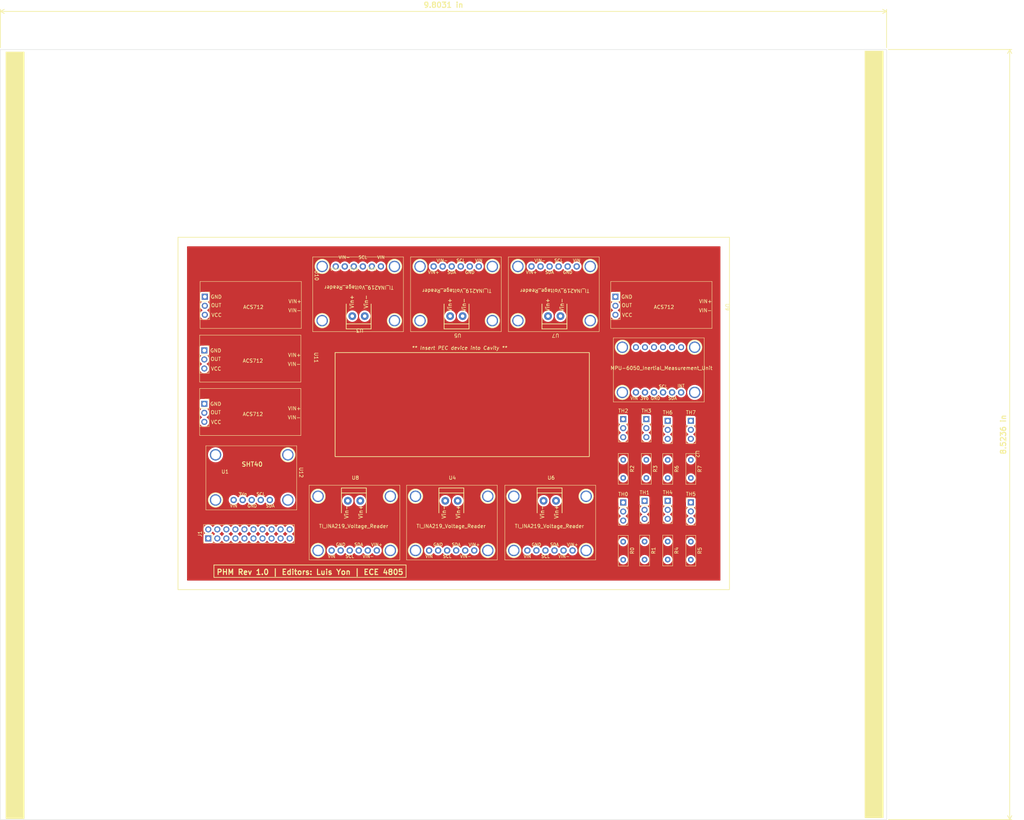
<source format=kicad_pcb>
(kicad_pcb (version 20211014) (generator pcbnew)
  (layers (0 "F.Cu" signal) (1 "In1.Cu" power) (2 "In2.Cu" power) (31 "B.Cu" signal) (34 "B.Paste" user) (35 "F.Paste" user) (36 "B.SilkS" user "B.Silkscreen") (37 "F.SilkS" user "F.Silkscreen") (38 "B.Mask" user) (39 "F.Mask" user) (44 "Edge.Cuts" user))
  (net 0 "")
  (net 1 "SCL_5V")
  (net 2 "+5V")
  (net 3 "SDA_5V")
  (net 4 "GND")
  (net 6 "TM0+")
  (net 8 "TM1+")
  (net 10 "TM2+")
  (net 12 "TM3+")
  (net 13 "CUR3")
  (net 14 "TM4+")
  (net 15 "CUR2")
  (net 16 "TM5+")
  (net 17 "CUR1")
  (net 18 "TM6+")
  (net 19 "CUR0")
  (net 20 "TM7+")
  (net 39 "CUR4")
  (footprint "Sensor_Current:ACS712" (layer "F.Cu") (at 268.617017 100.905 -90)
    (fp_text reference "U9" (at 0 -22.86 -90 unlocked) (layer "F.SilkS"))
    (fp_text value "ACS712" (at 0 -5.08 unlocked) (layer "F.SilkS"))
    (fp_text user "VIN+" (at -1.608772 -16.763683 unlocked) (layer "F.SilkS"))
    (fp_text user "VIN-" (at 0.936584 -16.701602 unlocked) (layer "F.SilkS"))
    (fp_text user "VCC" (at 2.239353 5.262622 unlocked) (layer "F.SilkS"))
    (fp_text user "GND" (at -2.86826 5.345449 unlocked) (layer "F.SilkS"))
    (fp_text user "OUT" (at -0.49391 5.345449 unlocked) (layer "F.SilkS"))
    (pad "1" thru_hole rect (at -2.914353 8.55575) (size 1.7 1.7) (drill 1) (layers *.Cu *.Mask) (net 19 "CUR0"))
    (pad "2" thru_hole oval (at -0.374353 8.55575) (size 1.7 1.7) (drill 1) (layers *.Cu *.Mask) (net 2 "+5V"))
    (pad "3" thru_hole oval (at 2.165647 8.55575) (size 1.7 1.7) (drill 1) (layers *.Cu *.Mask))
  )
  (footprint "Resistor_THT:R_Box_L8.4mm_W2.5mm_P5.08mm" (layer "F.Cu") (at 268.25 166.825 -90)
    (fp_text reference "R1" (at 2.54 -2.52 90) (layer "F.SilkS"))
    (fp_text value "100k")
    (pad "1" thru_hole circle locked (at 0 0 270) (size 1.6 1.6) (drill 0.8) (layers *.Cu *.Mask) (net 2 "+5V"))
    (pad "2" thru_hole circle locked (at 5.08 0 270) (size 1.6 1.6) (drill 0.8) (layers *.Cu *.Mask) (net 8 "TM1+"))
  )
  (footprint "Sensor_Humidity:SHT40_BB" (layer "F.Cu") (at 158.033 149.638)
    (fp_text reference "U1" (at -7.653 -2.453 unlocked) (layer "F.SilkS"))
    (fp_text value "SHT40_Digital_Humidity_Sensor")
    (fp_text user "SHT40" (at -0.033 -4.533) (layer "F.SilkS") (effects (font (size 1.25222 1.25222) (thickness 0.22098))))
    (fp_text user "SDA" (at 5.047 7.151) (layer "F.SilkS") (effects (font (size 0.87376 0.87376) (thickness 0.14224))))
    (fp_text user "VIN" (at -5.24 7.151) (layer "F.SilkS") (effects (font (size 0.87376 0.87376) (thickness 0.14224))))
    (fp_text user "GND" (at -0.033 7.151) (layer "F.SilkS") (effects (font (size 0.87376 0.87376) (thickness 0.14224))))
    (fp_text user "3Vo" (at -2.7 3.849) (layer "F.SilkS") (effects (font (size 0.87376 0.87376) (thickness 0.14224))))
    (fp_text user "SCL" (at 2.38 3.849) (layer "F.SilkS") (effects (font (size 0.87376 0.87376) (thickness 0.14224))))
    (pad "1" thru_hole circle (at -5.24 5.5 90) (size 1.778 1.778) (drill 1) (layers *.Cu *.Mask))
    (pad "2" thru_hole circle (at -2.7 5.5 90) (size 1.778 1.778) (drill 1) (layers *.Cu *.Mask) (net 4 "GND"))
    (pad "3" thru_hole circle (at -0.16 5.5 90) (size 1.778 1.778) (drill 1) (layers *.Cu *.Mask) (net 1 "SCL_5V"))
    (pad "4" thru_hole circle (at 2.38 5.5 90) (size 1.778 1.778) (drill 1) (layers *.Cu *.Mask) (net 3 "SDA_5V"))
    (pad "5" thru_hole circle (at 4.92 5.5 90) (size 1.778 1.778) (drill 1) (layers *.Cu *.Mask))
    (pad "P$1" thru_hole circle (at -10.32 5.5) (size 3.2 3.2) (drill 2.5) (layers *.Cu *.Mask))
    (pad "P$1" thru_hole circle (at 10 5.5) (size 3.2 3.2) (drill 2.5) (layers *.Cu *.Mask))
    (pad "P$1" thru_hole circle (at 10 -7.2) (size 3.2 3.2) (drill 2.5) (layers *.Cu *.Mask))
    (pad "P$1" thru_hole circle (at -10.32 -7.2) (size 3.2 3.2) (drill 2.5) (layers *.Cu *.Mask))
    (zone (net 0) (net_name "") (layer "F.Cu") (connect_pads (clearance 0)) (min_thickness 0.254)
      (keepout (tracks not_allowed) (vias not_allowed) (pads not_allowed) (copperpour not_allowed) (footprints allowed))
      (fill (thermal_gap 0.508) (thermal_bridge_width 0.508))
      (polygon (pts (xy 170.049 142.438) (xy 170.018372 142.087925) (xy 169.92742 141.748487) (xy 169.778907 141.43) (xy 169.577346 141.14214) (xy 169.32886 140.893654) (xy 169.041 140.692093) (xy 168.722513 140.54358) (xy 168.383075 140.452628) (xy 168.033 140.422) (xy 167.682925 140.452628) (xy 167.343487 140.54358) (xy 167.025 140.692093) (xy 166.73714 140.893654) (xy 166.488654 141.14214) (xy 166.287093 141.43) (xy 166.13858 141.748487) (xy 166.047628 142.087925) (xy 166.017 142.438) (xy 166.047628 142.788075) (xy 166.13858 143.127513) (xy 166.287093 143.446) (xy 166.488654 143.73386) (xy 166.73714 143.982346) (xy 167.025 144.183907) (xy 167.343487 144.33242) (xy 167.682925 144.423372) (xy 168.033 144.454) (xy 168.383075 144.423372) (xy 168.722513 144.33242) (xy 169.041 144.183907) (xy 169.32886 143.982346) (xy 169.577346 143.73386) (xy 169.778907 143.446) (xy 169.92742 143.127513) (xy 170.018372 142.788075)))
      (polygon (pts (xy 168.017 142.438) (xy 168.017243 142.440778) (xy 168.017965 142.443472) (xy 168.019144 142.446) (xy 168.020743 142.448285) (xy 168.022715 142.450257) (xy 168.025 142.451856) (xy 168.027528 142.453035) (xy 168.030222 142.453757) (xy 168.033 142.454) (xy 168.035778 142.453757) (xy 168.038472 142.453035) (xy 168.041 142.451856) (xy 168.043285 142.450257) (xy 168.045257 142.448285) (xy 168.046856 142.446) (xy 168.048035 142.443472) (xy 168.048757 142.440778) (xy 168.049 142.438) (xy 168.048757 142.435222) (xy 168.048035 142.432528) (xy 168.046856 142.43) (xy 168.045257 142.427715) (xy 168.043285 142.425743) (xy 168.041 142.424144) (xy 168.038472 142.422965) (xy 168.035778 142.422243) (xy 168.033 142.422) (xy 168.030222 142.422243) (xy 168.027528 142.422965) (xy 168.025 142.424144) (xy 168.022715 142.425743) (xy 168.020743 142.427715) (xy 168.019144 142.43) (xy 168.017965 142.432528) (xy 168.017243 142.435222)))
    )
    (zone (net 0) (net_name "") (layer "F.Cu") (connect_pads (clearance 0)) (min_thickness 0.254)
      (keepout (tracks not_allowed) (vias not_allowed) (pads not_allowed) (copperpour not_allowed) (footprints allowed))
      (fill (thermal_gap 0.508) (thermal_bridge_width 0.508))
      (polygon (pts (xy 149.729 155.138) (xy 149.698372 154.787925) (xy 149.60742 154.448487) (xy 149.458907 154.13) (xy 149.257346 153.84214) (xy 149.00886 153.593654) (xy 148.721 153.392093) (xy 148.402513 153.24358) (xy 148.063075 153.152628) (xy 147.713 153.122) (xy 147.362925 153.152628) (xy 147.023487 153.24358) (xy 146.705 153.392093) (xy 146.41714 153.593654) (xy 146.168654 153.84214) (xy 145.967093 154.13) (xy 145.81858 154.448487) (xy 145.727628 154.787925) (xy 145.697 155.138) (xy 145.727628 155.488075) (xy 145.81858 155.827513) (xy 145.967093 156.146) (xy 146.168654 156.43386) (xy 146.41714 156.682346) (xy 146.705 156.883907) (xy 147.023487 157.03242) (xy 147.362925 157.123372) (xy 147.713 157.154) (xy 148.063075 157.123372) (xy 148.402513 157.03242) (xy 148.721 156.883907) (xy 149.00886 156.682346) (xy 149.257346 156.43386) (xy 149.458907 156.146) (xy 149.60742 155.827513) (xy 149.698372 155.488075)))
      (polygon (pts (xy 147.697 155.138) (xy 147.697243 155.140778) (xy 147.697965 155.143472) (xy 147.699144 155.146) (xy 147.700743 155.148285) (xy 147.702715 155.150257) (xy 147.705 155.151856) (xy 147.707528 155.153035) (xy 147.710222 155.153757) (xy 147.713 155.154) (xy 147.715778 155.153757) (xy 147.718472 155.153035) (xy 147.721 155.151856) (xy 147.723285 155.150257) (xy 147.725257 155.148285) (xy 147.726856 155.146) (xy 147.728035 155.143472) (xy 147.728757 155.140778) (xy 147.729 155.138) (xy 147.728757 155.135222) (xy 147.728035 155.132528) (xy 147.726856 155.13) (xy 147.725257 155.127715) (xy 147.723285 155.125743) (xy 147.721 155.124144) (xy 147.718472 155.122965) (xy 147.715778 155.122243) (xy 147.713 155.122) (xy 147.710222 155.122243) (xy 147.707528 155.122965) (xy 147.705 155.124144) (xy 147.702715 155.125743) (xy 147.700743 155.127715) (xy 147.699144 155.13) (xy 147.697965 155.132528) (xy 147.697243 155.135222)))
    )
    (zone (net 0) (net_name "") (layer "F.Cu") (connect_pads (clearance 0)) (min_thickness 0.254)
      (keepout (tracks not_allowed) (vias not_allowed) (pads not_allowed) (copperpour not_allowed) (footprints allowed))
      (fill (thermal_gap 0.508) (thermal_bridge_width 0.508))
      (polygon (pts (xy 170.049 155.138) (xy 170.018372 154.787925) (xy 169.92742 154.448487) (xy 169.778907 154.13) (xy 169.577346 153.84214) (xy 169.32886 153.593654) (xy 169.041 153.392093) (xy 168.722513 153.24358) (xy 168.383075 153.152628) (xy 168.033 153.122) (xy 167.682925 153.152628) (xy 167.343487 153.24358) (xy 167.025 153.392093) (xy 166.73714 153.593654) (xy 166.488654 153.84214) (xy 166.287093 154.13) (xy 166.13858 154.448487) (xy 166.047628 154.787925) (xy 166.017 155.138) (xy 166.047628 155.488075) (xy 166.13858 155.827513) (xy 166.287093 156.146) (xy 166.488654 156.43386) (xy 166.73714 156.682346) (xy 167.025 156.883907) (xy 167.343487 157.03242) (xy 167.682925 157.123372) (xy 168.033 157.154) (xy 168.383075 157.123372) (xy 168.722513 157.03242) (xy 169.041 156.883907) (xy 169.32886 156.682346) (xy 169.577346 156.43386) (xy 169.778907 156.146) (xy 169.92742 155.827513) (xy 170.018372 155.488075)))
      (polygon (pts (xy 168.017 155.138) (xy 168.017243 155.140778) (xy 168.017965 155.143472) (xy 168.019144 155.146) (xy 168.020743 155.148285) (xy 168.022715 155.150257) (xy 168.025 155.151856) (xy 168.027528 155.153035) (xy 168.030222 155.153757) (xy 168.033 155.154) (xy 168.035778 155.153757) (xy 168.038472 155.153035) (xy 168.041 155.151856) (xy 168.043285 155.150257) (xy 168.045257 155.148285) (xy 168.046856 155.146) (xy 168.048035 155.143472) (xy 168.048757 155.140778) (xy 168.049 155.138) (xy 168.048757 155.135222) (xy 168.048035 155.132528) (xy 168.046856 155.13) (xy 168.045257 155.127715) (xy 168.043285 155.125743) (xy 168.041 155.124144) (xy 168.038472 155.122965) (xy 168.035778 155.122243) (xy 168.033 155.122) (xy 168.030222 155.122243) (xy 168.027528 155.122965) (xy 168.025 155.124144) (xy 168.022715 155.125743) (xy 168.020743 155.127715) (xy 168.019144 155.13) (xy 168.017965 155.132528) (xy 168.017243 155.135222)))
    )
    (zone (net 0) (net_name "") (layer "F.Cu") (connect_pads (clearance 0)) (min_thickness 0.254)
      (keepout (tracks not_allowed) (vias not_allowed) (pads not_allowed) (copperpour not_allowed) (footprints allowed))
      (fill (thermal_gap 0.508) (thermal_bridge_width 0.508))
      (polygon (pts (xy 149.729 142.438) (xy 149.698372 142.087925) (xy 149.60742 141.748487) (xy 149.458907 141.43) (xy 149.257346 141.14214) (xy 149.00886 140.893654) (xy 148.721 140.692093) (xy 148.402513 140.54358) (xy 148.063075 140.452628) (xy 147.713 140.422) (xy 147.362925 140.452628) (xy 147.023487 140.54358) (xy 146.705 140.692093) (xy 146.41714 140.893654) (xy 146.168654 141.14214) (xy 145.967093 141.43) (xy 145.81858 141.748487) (xy 145.727628 142.087925) (xy 145.697 142.438) (xy 145.727628 142.788075) (xy 145.81858 143.127513) (xy 145.967093 143.446) (xy 146.168654 143.73386) (xy 146.41714 143.982346) (xy 146.705 144.183907) (xy 147.023487 144.33242) (xy 147.362925 144.423372) (xy 147.713 144.454) (xy 148.063075 144.423372) (xy 148.402513 144.33242) (xy 148.721 144.183907) (xy 149.00886 143.982346) (xy 149.257346 143.73386) (xy 149.458907 143.446) (xy 149.60742 143.127513) (xy 149.698372 142.788075)))
      (polygon (pts (xy 147.697 142.438) (xy 147.697243 142.440778) (xy 147.697965 142.443472) (xy 147.699144 142.446) (xy 147.700743 142.448285) (xy 147.702715 142.450257) (xy 147.705 142.451856) (xy 147.707528 142.453035) (xy 147.710222 142.453757) (xy 147.713 142.454) (xy 147.715778 142.453757) (xy 147.718472 142.453035) (xy 147.721 142.451856) (xy 147.723285 142.450257) (xy 147.725257 142.448285) (xy 147.726856 142.446) (xy 147.728035 142.443472) (xy 147.728757 142.440778) (xy 147.729 142.438) (xy 147.728757 142.435222) (xy 147.728035 142.432528) (xy 147.726856 142.43) (xy 147.725257 142.427715) (xy 147.723285 142.425743) (xy 147.721 142.424144) (xy 147.718472 142.422965) (xy 147.715778 142.422243) (xy 147.713 142.422) (xy 147.710222 142.422243) (xy 147.707528 142.422965) (xy 147.705 142.424144) (xy 147.702715 142.425743) (xy 147.700743 142.427715) (xy 147.699144 142.43) (xy 147.697965 142.432528) (xy 147.697243 142.435222)))
    )
  )
  (footprint "Connector_PinHeader_2.54mm:PinHeader_1x03_P2.54mm_Vertical" (layer "F.Cu") (at 281.25 132.865)
    (fp_text reference "TH7" (at 0 -2.33) (layer "F.SilkS"))
    (fp_text value "Thermistor_NTC")
    (pad "1" thru_hole rect locked (at 0 0) (size 1.7 1.7) (drill 1) (layers *.Cu *.Mask) (net 20 "TM7+"))
    (pad "2" thru_hole oval locked (at 0 2.54) (size 1.7 1.7) (drill 1) (layers *.Cu *.Mask) (net 4 "GND"))
    (pad "3" thru_hole oval locked (at 0 5.08) (size 1.7 1.7) (drill 1) (layers *.Cu *.Mask))
  )
  (footprint "Connector_PinHeader_2.54mm:PinHeader_1x03_P2.54mm_Vertical" (layer "F.Cu") (at 281.25 155.81)
    (fp_text reference "TH5" (at 0 -2.33) (layer "F.SilkS"))
    (fp_text value "Thermistor_NTC")
    (pad "1" thru_hole rect locked (at 0 0) (size 1.7 1.7) (drill 1) (layers *.Cu *.Mask) (net 16 "TM5+"))
    (pad "2" thru_hole oval locked (at 0 2.54) (size 1.7 1.7) (drill 1) (layers *.Cu *.Mask) (net 4 "GND"))
    (pad "3" thru_hole oval locked (at 0 5.08) (size 1.7 1.7) (drill 1) (layers *.Cu *.Mask))
  )
  (footprint "Sensor_Voltage:INA219" (layer "F.Cu") (at 214.38 146)
    (fp_text reference "U4" (at -0.13 2.905 unlocked) (layer "F.SilkS"))
    (fp_text value "TI_INA219_Voltage_Reader" (at -0.5 16.5 unlocked) (layer "F.SilkS"))
    (fp_text user "SCL" (at -1.597 24.984) (layer "F.SilkS") (effects (font (size 0.87376 0.87376) (thickness 0.14224))))
    (fp_text user "VIN+" (at 6.023 21.682) (layer "F.SilkS") (effects (font (size 0.87376 0.87376) (thickness 0.14224))))
    (fp_text user "VIN" (at -6.677 24.984) (layer "F.SilkS") (effects (font (size 0.87376 0.87376) (thickness 0.14224))))
    (fp_text user "Vin+" (at 1.5 12.5 90) (layer "F.SilkS") (effects (font (size 1.0922 1.0922) (thickness 0.1778))))
    (fp_text user "VIN-" (at 3.61 24.984) (layer "F.SilkS") (effects (font (size 0.87376 0.87376) (thickness 0.14224))))
    (fp_text user "Vin-" (at -2.5 12.5 90) (layer "F.SilkS") (effects (font (size 1.0922 1.0922) (thickness 0.1778))))
    (fp_text user "GND" (at -4.137 21.682) (layer "F.SilkS") (effects (font (size 0.87376 0.87376) (thickness 0.14224))))
    (fp_text user "SDA" (at 0.943 21.682) (layer "F.SilkS") (effects (font (size 0.87376 0.87376) (thickness 0.14224))))
    (pad "1" thru_hole circle (at -6.677 23.333 90) (size 1.778 1.778) (drill 1) (layers *.Cu *.Mask))
    (pad "1" thru_hole circle (at -2.127 9.363 180) (size 2.1844 2.1844) (drill 1) (layers *.Cu *.Mask))
    (pad "2" thru_hole circle (at -4.137 23.333 90) (size 1.778 1.778) (drill 1) (layers *.Cu *.Mask))
    (pad "2" thru_hole circle (at 1.373 9.363 180) (size 2.1844 2.1844) (drill 1) (layers *.Cu *.Mask))
    (pad "3" thru_hole circle (at -1.597 23.333 90) (size 1.778 1.778) (drill 1) (layers *.Cu *.Mask) (net 4 "GND"))
    (pad "4" thru_hole circle (at 0.943 23.333 90) (size 1.778 1.778) (drill 1) (layers *.Cu *.Mask) (net 1 "SCL_5V"))
    (pad "5" thru_hole circle (at 3.483 23.333 90) (size 1.778 1.778) (drill 1) (layers *.Cu *.Mask) (net 3 "SDA_5V"))
    (pad "6" thru_hole circle (at 6.023 23.333 90) (size 1.778 1.778) (drill 1) (layers *.Cu *.Mask))
    (pad "P$1" thru_hole circle (at -10.487 23.333) (size 3.2 3.2) (drill 2.5) (layers *.Cu *.Mask))
    (pad "P$1" thru_hole circle (at 9.833 8.093) (size 3.2 3.2) (drill 2.5) (layers *.Cu *.Mask))
    (pad "P$1" thru_hole circle (at -10.487 8.093) (size 3.2 3.2) (drill 2.5) (layers *.Cu *.Mask))
    (pad "P$1" thru_hole circle (at 9.833 23.333) (size 3.2 3.2) (drill 2.5) (layers *.Cu *.Mask))
    (zone (net 0) (net_name "") (layer "F.Cu") (connect_pads (clearance 0)) (min_thickness 0.254)
      (keepout (tracks not_allowed) (vias not_allowed) (pads not_allowed) (copperpour not_allowed) (footprints allowed))
      (fill (thermal_gap 0.508) (thermal_bridge_width 0.508))
      (polygon (pts (xy 226.229 154.093) (xy 226.198372 153.742925) (xy 226.10742 153.403487) (xy 225.958907 153.085) (xy 225.757346 152.79714) (xy 225.50886 152.548654) (xy 225.221 152.347093) (xy 224.902513 152.19858) (xy 224.563075 152.107628) (xy 224.213 152.077) (xy 223.862925 152.107628) (xy 223.523487 152.19858) (xy 223.205 152.347093) (xy 222.91714 152.548654) (xy 222.668654 152.79714) (xy 222.467093 153.085) (xy 222.31858 153.403487) (xy 222.227628 153.742925) (xy 222.197 154.093) (xy 222.227628 154.443075) (xy 222.31858 154.782513) (xy 222.467093 155.101) (xy 222.668654 155.38886) (xy 222.91714 155.637346) (xy 223.205 155.838907) (xy 223.523487 155.98742) (xy 223.862925 156.078372) (xy 224.213 156.109) (xy 224.563075 156.078372) (xy 224.902513 155.98742) (xy 225.221 155.838907) (xy 225.50886 155.637346) (xy 225.757346 155.38886) (xy 225.958907 155.101) (xy 226.10742 154.782513) (xy 226.198372 154.443075)))
      (polygon (pts (xy 224.197 154.093) (xy 224.197243 154.095778) (xy 224.197965 154.098472) (xy 224.199144 154.101) (xy 224.200743 154.103285) (xy 224.202715 154.105257) (xy 224.205 154.106856) (xy 224.207528 154.108035) (xy 224.210222 154.108757) (xy 224.213 154.109) (xy 224.215778 154.108757) (xy 224.218472 154.108035) (xy 224.221 154.106856) (xy 224.223285 154.105257) (xy 224.225257 154.103285) (xy 224.226856 154.101) (xy 224.228035 154.098472) (xy 224.228757 154.095778) (xy 224.229 154.093) (xy 224.228757 154.090222) (xy 224.228035 154.087528) (xy 224.226856 154.085) (xy 224.225257 154.082715) (xy 224.223285 154.080743) (xy 224.221 154.079144) (xy 224.218472 154.077965) (xy 224.215778 154.077243) (xy 224.213 154.077) (xy 224.210222 154.077243) (xy 224.207528 154.077965) (xy 224.205 154.079144) (xy 224.202715 154.080743) (xy 224.200743 154.082715) (xy 224.199144 154.085) (xy 224.197965 154.087528) (xy 224.197243 154.090222)))
    )
    (zone (net 0) (net_name "") (layer "F.Cu") (connect_pads (clearance 0)) (min_thickness 0.254)
      (keepout (tracks not_allowed) (vias not_allowed) (pads not_allowed) (copperpour not_allowed) (footprints allowed))
      (fill (thermal_gap 0.508) (thermal_bridge_width 0.508))
      (polygon (pts (xy 205.909 154.093) (xy 205.878372 153.742925) (xy 205.78742 153.403487) (xy 205.638907 153.085) (xy 205.437346 152.79714) (xy 205.18886 152.548654) (xy 204.901 152.347093) (xy 204.582513 152.19858) (xy 204.243075 152.107628) (xy 203.893 152.077) (xy 203.542925 152.107628) (xy 203.203487 152.19858) (xy 202.885 152.347093) (xy 202.59714 152.548654) (xy 202.348654 152.79714) (xy 202.147093 153.085) (xy 201.99858 153.403487) (xy 201.907628 153.742925) (xy 201.877 154.093) (xy 201.907628 154.443075) (xy 201.99858 154.782513) (xy 202.147093 155.101) (xy 202.348654 155.38886) (xy 202.59714 155.637346) (xy 202.885 155.838907) (xy 203.203487 155.98742) (xy 203.542925 156.078372) (xy 203.893 156.109) (xy 204.243075 156.078372) (xy 204.582513 155.98742) (xy 204.901 155.838907) (xy 205.18886 155.637346) (xy 205.437346 155.38886) (xy 205.638907 155.101) (xy 205.78742 154.782513) (xy 205.878372 154.443075)))
      (polygon (pts (xy 203.877 154.093) (xy 203.877243 154.095778) (xy 203.877965 154.098472) (xy 203.879144 154.101) (xy 203.880743 154.103285) (xy 203.882715 154.105257) (xy 203.885 154.106856) (xy 203.887528 154.108035) (xy 203.890222 154.108757) (xy 203.893 154.109) (xy 203.895778 154.108757) (xy 203.898472 154.108035) (xy 203.901 154.106856) (xy 203.903285 154.105257) (xy 203.905257 154.103285) (xy 203.906856 154.101) (xy 203.908035 154.098472) (xy 203.908757 154.095778) (xy 203.909 154.093) (xy 203.908757 154.090222) (xy 203.908035 154.087528) (xy 203.906856 154.085) (xy 203.905257 154.082715) (xy 203.903285 154.080743) (xy 203.901 154.079144) (xy 203.898472 154.077965) (xy 203.895778 154.077243) (xy 203.893 154.077) (xy 203.890222 154.077243) (xy 203.887528 154.077965) (xy 203.885 154.079144) (xy 203.882715 154.080743) (xy 203.880743 154.082715) (xy 203.879144 154.085) (xy 203.877965 154.087528) (xy 203.877243 154.090222)))
    )
    (zone (net 0) (net_name "") (layer "F.Cu") (connect_pads (clearance 0)) (min_thickness 0.254)
      (keepout (tracks not_allowed) (vias not_allowed) (pads not_allowed) (copperpour not_allowed) (footprints allowed))
      (fill (thermal_gap 0.508) (thermal_bridge_width 0.508))
      (polygon (pts (xy 226.229 169.333) (xy 226.198372 168.982925) (xy 226.10742 168.643487) (xy 225.958907 168.325) (xy 225.757346 168.03714) (xy 225.50886 167.788654) (xy 225.221 167.587093) (xy 224.902513 167.43858) (xy 224.563075 167.347628) (xy 224.213 167.317) (xy 223.862925 167.347628) (xy 223.523487 167.43858) (xy 223.205 167.587093) (xy 222.91714 167.788654) (xy 222.668654 168.03714) (xy 222.467093 168.325) (xy 222.31858 168.643487) (xy 222.227628 168.982925) (xy 222.197 169.333) (xy 222.227628 169.683075) (xy 222.31858 170.022513) (xy 222.467093 170.341) (xy 222.668654 170.62886) (xy 222.91714 170.877346) (xy 223.205 171.078907) (xy 223.523487 171.22742) (xy 223.862925 171.318372) (xy 224.213 171.349) (xy 224.563075 171.318372) (xy 224.902513 171.22742) (xy 225.221 171.078907) (xy 225.50886 170.877346) (xy 225.757346 170.62886) (xy 225.958907 170.341) (xy 226.10742 170.022513) (xy 226.198372 169.683075)))
      (polygon (pts (xy 224.197 169.333) (xy 224.197243 169.335778) (xy 224.197965 169.338472) (xy 224.199144 169.341) (xy 224.200743 169.343285) (xy 224.202715 169.345257) (xy 224.205 169.346856) (xy 224.207528 169.348035) (xy 224.210222 169.348757) (xy 224.213 169.349) (xy 224.215778 169.348757) (xy 224.218472 169.348035) (xy 224.221 169.346856) (xy 224.223285 169.345257) (xy 224.225257 169.343285) (xy 224.226856 169.341) (xy 224.228035 169.338472) (xy 224.228757 169.335778) (xy 224.229 169.333) (xy 224.228757 169.330222) (xy 224.228035 169.327528) (xy 224.226856 169.325) (xy 224.225257 169.322715) (xy 224.223285 169.320743) (xy 224.221 169.319144) (xy 224.218472 169.317965) (xy 224.215778 169.317243) (xy 224.213 169.317) (xy 224.210222 169.317243) (xy 224.207528 169.317965) (xy 224.205 169.319144) (xy 224.202715 169.320743) (xy 224.200743 169.322715) (xy 224.199144 169.325) (xy 224.197965 169.327528) (xy 224.197243 169.330222)))
    )
    (zone (net 0) (net_name "") (layer "F.Cu") (connect_pads (clearance 0)) (min_thickness 0.254)
      (keepout (tracks not_allowed) (vias not_allowed) (pads not_allowed) (copperpour not_allowed) (footprints allowed))
      (fill (thermal_gap 0.508) (thermal_bridge_width 0.508))
      (polygon (pts (xy 205.909 169.333) (xy 205.878372 168.982925) (xy 205.78742 168.643487) (xy 205.638907 168.325) (xy 205.437346 168.03714) (xy 205.18886 167.788654) (xy 204.901 167.587093) (xy 204.582513 167.43858) (xy 204.243075 167.347628) (xy 203.893 167.317) (xy 203.542925 167.347628) (xy 203.203487 167.43858) (xy 202.885 167.587093) (xy 202.59714 167.788654) (xy 202.348654 168.03714) (xy 202.147093 168.325) (xy 201.99858 168.643487) (xy 201.907628 168.982925) (xy 201.877 169.333) (xy 201.907628 169.683075) (xy 201.99858 170.022513) (xy 202.147093 170.341) (xy 202.348654 170.62886) (xy 202.59714 170.877346) (xy 202.885 171.078907) (xy 203.203487 171.22742) (xy 203.542925 171.318372) (xy 203.893 171.349) (xy 204.243075 171.318372) (xy 204.582513 171.22742) (xy 204.901 171.078907) (xy 205.18886 170.877346) (xy 205.437346 170.62886) (xy 205.638907 170.341) (xy 205.78742 170.022513) (xy 205.878372 169.683075)))
      (polygon (pts (xy 203.877 169.333) (xy 203.877243 169.335778) (xy 203.877965 169.338472) (xy 203.879144 169.341) (xy 203.880743 169.343285) (xy 203.882715 169.345257) (xy 203.885 169.346856) (xy 203.887528 169.348035) (xy 203.890222 169.348757) (xy 203.893 169.349) (xy 203.895778 169.348757) (xy 203.898472 169.348035) (xy 203.901 169.346856) (xy 203.903285 169.345257) (xy 203.905257 169.343285) (xy 203.906856 169.341) (xy 203.908035 169.338472) (xy 203.908757 169.335778) (xy 203.909 169.333) (xy 203.908757 169.330222) (xy 203.908035 169.327528) (xy 203.906856 169.325) (xy 203.905257 169.322715) (xy 203.903285 169.320743) (xy 203.901 169.319144) (xy 203.898472 169.317965) (xy 203.895778 169.317243) (xy 203.893 169.317) (xy 203.890222 169.317243) (xy 203.887528 169.317965) (xy 203.885 169.319144) (xy 203.882715 169.320743) (xy 203.880743 169.322715) (xy 203.879144 169.325) (xy 203.877965 169.327528) (xy 203.877243 169.330222)))
    )
  )
  (footprint "Connector_PinHeader_2.54mm:PinHeader_1x03_P2.54mm_Vertical" (layer "F.Cu") (at 274.75 132.88)
    (fp_text reference "TH6" (at 0 -2.33) (layer "F.SilkS"))
    (fp_text value "Thermistor_NTC")
    (pad "1" thru_hole rect locked (at 0 0) (size 1.7 1.7) (drill 1) (layers *.Cu *.Mask) (net 18 "TM6+"))
    (pad "2" thru_hole oval locked (at 0 2.54) (size 1.7 1.7) (drill 1) (layers *.Cu *.Mask) (net 4 "GND"))
    (pad "3" thru_hole oval locked (at 0 5.08) (size 1.7 1.7) (drill 1) (layers *.Cu *.Mask))
  )
  (footprint "Sensor_Voltage:INA219" (layer "F.Cu") (at 242.5 112.81 180)
    (fp_text reference "U7" (at -0.75 3.905 180 unlocked) (layer "F.SilkS"))
    (fp_text value "TI_INA219_Voltage_Reader" (at -0.5 16.5 180 unlocked) (layer "F.SilkS"))
    (fp_text user "Vin+" (at 1.5 12.5 90) (layer "F.SilkS") (effects (font (size 1.0922 1.0922) (thickness 0.1778))))
    (fp_text user "GND" (at -4.137 21.682) (layer "F.SilkS") (effects (font (size 0.87376 0.87376) (thickness 0.14224))))
    (fp_text user "SCL" (at -1.597 24.984) (layer "F.SilkS") (effects (font (size 0.87376 0.87376) (thickness 0.14224))))
    (fp_text user "VIN+" (at 6.023 21.682) (layer "F.SilkS") (effects (font (size 0.87376 0.87376) (thickness 0.14224))))
    (fp_text user "Vin-" (at -2.5 12.5 90) (layer "F.SilkS") (effects (font (size 1.0922 1.0922) (thickness 0.1778))))
    (fp_text user "VIN" (at -6.677 24.984) (layer "F.SilkS") (effects (font (size 0.87376 0.87376) (thickness 0.14224))))
    (fp_text user "VIN-" (at 3.61 24.984) (layer "F.SilkS") (effects (font (size 0.87376 0.87376) (thickness 0.14224))))
    (fp_text user "SDA" (at 0.943 21.682) (layer "F.SilkS") (effects (font (size 0.87376 0.87376) (thickness 0.14224))))
    (pad "1" thru_hole circle (at -6.677 23.333 270) (size 1.778 1.778) (drill 1) (layers *.Cu *.Mask))
    (pad "1" thru_hole circle (at -2.127 9.363) (size 2.1844 2.1844) (drill 1) (layers *.Cu *.Mask))
    (pad "2" thru_hole circle (at 1.373 9.363) (size 2.1844 2.1844) (drill 1) (layers *.Cu *.Mask))
    (pad "2" thru_hole circle (at -4.137 23.333 270) (size 1.778 1.778) (drill 1) (layers *.Cu *.Mask))
    (pad "3" thru_hole circle (at -1.597 23.333 270) (size 1.778 1.778) (drill 1) (layers *.Cu *.Mask) (net 4 "GND"))
    (pad "4" thru_hole circle (at 0.943 23.333 270) (size 1.778 1.778) (drill 1) (layers *.Cu *.Mask) (net 1 "SCL_5V"))
    (pad "5" thru_hole circle (at 3.483 23.333 270) (size 1.778 1.778) (drill 1) (layers *.Cu *.Mask) (net 3 "SDA_5V"))
    (pad "6" thru_hole circle (at 6.023 23.333 270) (size 1.778 1.778) (drill 1) (layers *.Cu *.Mask))
    (pad "P$1" thru_hole circle (at 9.833 23.333 180) (size 3.2 3.2) (drill 2.5) (layers *.Cu *.Mask))
    (pad "P$1" thru_hole circle (at -10.487 8.093 180) (size 3.2 3.2) (drill 2.5) (layers *.Cu *.Mask))
    (pad "P$1" thru_hole circle (at 9.833 8.093 180) (size 3.2 3.2) (drill 2.5) (layers *.Cu *.Mask))
    (pad "P$1" thru_hole circle (at -10.487 23.333 180) (size 3.2 3.2) (drill 2.5) (layers *.Cu *.Mask))
    (zone (net 0) (net_name "") (layer "F.Cu") (connect_pads (clearance 0)) (min_thickness 0.254)
      (keepout (tracks not_allowed) (vias not_allowed) (pads not_allowed) (copperpour not_allowed) (footprints allowed))
      (fill (thermal_gap 0.508) (thermal_bridge_width 0.508))
      (polygon (pts (xy 230.651 89.477) (xy 230.681628 89.827075) (xy 230.77258 90.166513) (xy 230.921093 90.485) (xy 231.122654 90.77286) (xy 231.37114 91.021346) (xy 231.659 91.222907) (xy 231.977487 91.37142) (xy 232.316925 91.462372) (xy 232.667 91.493) (xy 233.017075 91.462372) (xy 233.356513 91.37142) (xy 233.675 91.222907) (xy 233.96286 91.021346) (xy 234.211346 90.77286) (xy 234.412907 90.485) (xy 234.56142 90.166513) (xy 234.652372 89.827075) (xy 234.683 89.477) (xy 234.652372 89.126925) (xy 234.56142 88.787487) (xy 234.412907 88.469) (xy 234.211346 88.18114) (xy 233.96286 87.932654) (xy 233.675 87.731093) (xy 233.356513 87.58258) (xy 233.017075 87.491628) (xy 232.667 87.461) (xy 232.316925 87.491628) (xy 231.977487 87.58258) (xy 231.659 87.731093) (xy 231.37114 87.932654) (xy 231.122654 88.18114) (xy 230.921093 88.469) (xy 230.77258 88.787487) (xy 230.681628 89.126925)))
      (polygon (pts (xy 232.683 89.477) (xy 232.682757 89.474222) (xy 232.682035 89.471528) (xy 232.680856 89.469) (xy 232.679257 89.466715) (xy 232.677285 89.464743) (xy 232.675 89.463144) (xy 232.672472 89.461965) (xy 232.669778 89.461243) (xy 232.667 89.461) (xy 232.664222 89.461243) (xy 232.661528 89.461965) (xy 232.659 89.463144) (xy 232.656715 89.464743) (xy 232.654743 89.466715) (xy 232.653144 89.469) (xy 232.651965 89.471528) (xy 232.651243 89.474222) (xy 232.651 89.477) (xy 232.651243 89.479778) (xy 232.651965 89.482472) (xy 232.653144 89.485) (xy 232.654743 89.487285) (xy 232.656715 89.489257) (xy 232.659 89.490856) (xy 232.661528 89.492035) (xy 232.664222 89.492757) (xy 232.667 89.493) (xy 232.669778 89.492757) (xy 232.672472 89.492035) (xy 232.675 89.490856) (xy 232.677285 89.489257) (xy 232.679257 89.487285) (xy 232.680856 89.485) (xy 232.682035 89.482472) (xy 232.682757 89.479778)))
    )
    (zone (net 0) (net_name "") (layer "F.Cu") (connect_pads (clearance 0)) (min_thickness 0.254)
      (keepout (tracks not_allowed) (vias not_allowed) (pads not_allowed) (copperpour not_allowed) (footprints allowed))
      (fill (thermal_gap 0.508) (thermal_bridge_width 0.508))
      (polygon (pts (xy 250.971 89.477) (xy 251.001628 89.827075) (xy 251.09258 90.166513) (xy 251.241093 90.485) (xy 251.442654 90.77286) (xy 251.69114 91.021346) (xy 251.979 91.222907) (xy 252.297487 91.37142) (xy 252.636925 91.462372) (xy 252.987 91.493) (xy 253.337075 91.462372) (xy 253.676513 91.37142) (xy 253.995 91.222907) (xy 254.28286 91.021346) (xy 254.531346 90.77286) (xy 254.732907 90.485) (xy 254.88142 90.166513) (xy 254.972372 89.827075) (xy 255.003 89.477) (xy 254.972372 89.126925) (xy 254.88142 88.787487) (xy 254.732907 88.469) (xy 254.531346 88.18114) (xy 254.28286 87.932654) (xy 253.995 87.731093) (xy 253.676513 87.58258) (xy 253.337075 87.491628) (xy 252.987 87.461) (xy 252.636925 87.491628) (xy 252.297487 87.58258) (xy 251.979 87.731093) (xy 251.69114 87.932654) (xy 251.442654 88.18114) (xy 251.241093 88.469) (xy 251.09258 88.787487) (xy 251.001628 89.126925)))
      (polygon (pts (xy 253.003 89.477) (xy 253.002757 89.474222) (xy 253.002035 89.471528) (xy 253.000856 89.469) (xy 252.999257 89.466715) (xy 252.997285 89.464743) (xy 252.995 89.463144) (xy 252.992472 89.461965) (xy 252.989778 89.461243) (xy 252.987 89.461) (xy 252.984222 89.461243) (xy 252.981528 89.461965) (xy 252.979 89.463144) (xy 252.976715 89.464743) (xy 252.974743 89.466715) (xy 252.973144 89.469) (xy 252.971965 89.471528) (xy 252.971243 89.474222) (xy 252.971 89.477) (xy 252.971243 89.479778) (xy 252.971965 89.482472) (xy 252.973144 89.485) (xy 252.974743 89.487285) (xy 252.976715 89.489257) (xy 252.979 89.490856) (xy 252.981528 89.492035) (xy 252.984222 89.492757) (xy 252.987 89.493) (xy 252.989778 89.492757) (xy 252.992472 89.492035) (xy 252.995 89.490856) (xy 252.997285 89.489257) (xy 252.999257 89.487285) (xy 253.000856 89.485) (xy 253.002035 89.482472) (xy 253.002757 89.479778)))
    )
    (zone (net 0) (net_name "") (layer "F.Cu") (connect_pads (clearance 0)) (min_thickness 0.254)
      (keepout (tracks not_allowed) (vias not_allowed) (pads not_allowed) (copperpour not_allowed) (footprints allowed))
      (fill (thermal_gap 0.508) (thermal_bridge_width 0.508))
      (polygon (pts (xy 250.971 104.717) (xy 251.001628 105.067075) (xy 251.09258 105.406513) (xy 251.241093 105.725) (xy 251.442654 106.01286) (xy 251.69114 106.261346) (xy 251.979 106.462907) (xy 252.297487 106.61142) (xy 252.636925 106.702372) (xy 252.987 106.733) (xy 253.337075 106.702372) (xy 253.676513 106.61142) (xy 253.995 106.462907) (xy 254.28286 106.261346) (xy 254.531346 106.01286) (xy 254.732907 105.725) (xy 254.88142 105.406513) (xy 254.972372 105.067075) (xy 255.003 104.717) (xy 254.972372 104.366925) (xy 254.88142 104.027487) (xy 254.732907 103.709) (xy 254.531346 103.42114) (xy 254.28286 103.172654) (xy 253.995 102.971093) (xy 253.676513 102.82258) (xy 253.337075 102.731628) (xy 252.987 102.701) (xy 252.636925 102.731628) (xy 252.297487 102.82258) (xy 251.979 102.971093) (xy 251.69114 103.172654) (xy 251.442654 103.42114) (xy 251.241093 103.709) (xy 251.09258 104.027487) (xy 251.001628 104.366925)))
      (polygon (pts (xy 253.003 104.717) (xy 253.002757 104.714222) (xy 253.002035 104.711528) (xy 253.000856 104.709) (xy 252.999257 104.706715) (xy 252.997285 104.704743) (xy 252.995 104.703144) (xy 252.992472 104.701965) (xy 252.989778 104.701243) (xy 252.987 104.701) (xy 252.984222 104.701243) (xy 252.981528 104.701965) (xy 252.979 104.703144) (xy 252.976715 104.704743) (xy 252.974743 104.706715) (xy 252.973144 104.709) (xy 252.971965 104.711528) (xy 252.971243 104.714222) (xy 252.971 104.717) (xy 252.971243 104.719778) (xy 252.971965 104.722472) (xy 252.973144 104.725) (xy 252.974743 104.727285) (xy 252.976715 104.729257) (xy 252.979 104.730856) (xy 252.981528 104.732035) (xy 252.984222 104.732757) (xy 252.987 104.733) (xy 252.989778 104.732757) (xy 252.992472 104.732035) (xy 252.995 104.730856) (xy 252.997285 104.729257) (xy 252.999257 104.727285) (xy 253.000856 104.725) (xy 253.002035 104.722472) (xy 253.002757 104.719778)))
    )
    (zone (net 0) (net_name "") (layer "F.Cu") (connect_pads (clearance 0)) (min_thickness 0.254)
      (keepout (tracks not_allowed) (vias not_allowed) (pads not_allowed) (copperpour not_allowed) (footprints allowed))
      (fill (thermal_gap 0.508) (thermal_bridge_width 0.508))
      (polygon (pts (xy 230.651 104.717) (xy 230.681628 105.067075) (xy 230.77258 105.406513) (xy 230.921093 105.725) (xy 231.122654 106.01286) (xy 231.37114 106.261346) (xy 231.659 106.462907) (xy 231.977487 106.61142) (xy 232.316925 106.702372) (xy 232.667 106.733) (xy 233.017075 106.702372) (xy 233.356513 106.61142) (xy 233.675 106.462907) (xy 233.96286 106.261346) (xy 234.211346 106.01286) (xy 234.412907 105.725) (xy 234.56142 105.406513) (xy 234.652372 105.067075) (xy 234.683 104.717) (xy 234.652372 104.366925) (xy 234.56142 104.027487) (xy 234.412907 103.709) (xy 234.211346 103.42114) (xy 233.96286 103.172654) (xy 233.675 102.971093) (xy 233.356513 102.82258) (xy 233.017075 102.731628) (xy 232.667 102.701) (xy 232.316925 102.731628) (xy 231.977487 102.82258) (xy 231.659 102.971093) (xy 231.37114 103.172654) (xy 231.122654 103.42114) (xy 230.921093 103.709) (xy 230.77258 104.027487) (xy 230.681628 104.366925)))
      (polygon (pts (xy 232.683 104.717) (xy 232.682757 104.714222) (xy 232.682035 104.711528) (xy 232.680856 104.709) (xy 232.679257 104.706715) (xy 232.677285 104.704743) (xy 232.675 104.703144) (xy 232.672472 104.701965) (xy 232.669778 104.701243) (xy 232.667 104.701) (xy 232.664222 104.701243) (xy 232.661528 104.701965) (xy 232.659 104.703144) (xy 232.656715 104.704743) (xy 232.654743 104.706715) (xy 232.653144 104.709) (xy 232.651965 104.711528) (xy 232.651243 104.714222) (xy 232.651 104.717) (xy 232.651243 104.719778) (xy 232.651965 104.722472) (xy 232.653144 104.725) (xy 232.654743 104.727285) (xy 232.656715 104.729257) (xy 232.659 104.730856) (xy 232.661528 104.732035) (xy 232.664222 104.732757) (xy 232.667 104.733) (xy 232.669778 104.732757) (xy 232.672472 104.732035) (xy 232.675 104.730856) (xy 232.677285 104.729257) (xy 232.679257 104.727285) (xy 232.680856 104.725) (xy 232.682035 104.722472) (xy 232.682757 104.719778)))
    )
  )
  (footprint "Resistor_THT:R_Box_L8.4mm_W2.5mm_P5.08mm" (layer "F.Cu") (at 262.25 143.85 -90)
    (fp_text reference "R2" (at 2.54 -2.52 90) (layer "F.SilkS"))
    (fp_text value "100k")
    (pad "1" thru_hole circle locked (at 0 0 270) (size 1.6 1.6) (drill 0.8) (layers *.Cu *.Mask) (net 2 "+5V"))
    (pad "2" thru_hole circle locked (at 5.08 0 270) (size 1.6 1.6) (drill 0.8) (layers *.Cu *.Mask) (net 10 "TM2+"))
  )
  (footprint "Sensor_Current:ACS712" (layer "F.Cu") (at 153.117017 131.008276 -90)
    (fp_text reference "U12" (at 16.396724 -18.632983 -90 unlocked) (layer "F.SilkS"))
    (fp_text value "ACS712" (at 0 -5.08 unlocked) (layer "F.SilkS"))
    (fp_text user "VIN-" (at 0.936584 -16.701602 unlocked) (layer "F.SilkS"))
    (fp_text user "VIN+" (at -1.608772 -16.763683 unlocked) (layer "F.SilkS"))
    (fp_text user "VCC" (at 2.239353 5.262622 unlocked) (layer "F.SilkS"))
    (fp_text user "GND" (at -2.86826 5.345449 unlocked) (layer "F.SilkS"))
    (fp_text user "OUT" (at -0.49391 5.345449 unlocked) (layer "F.SilkS"))
    (pad "1" thru_hole rect (at -2.914353 8.55575) (size 1.7 1.7) (drill 1) (layers *.Cu *.Mask) (net 39 "CUR4"))
    (pad "2" thru_hole oval (at -0.374353 8.55575) (size 1.7 1.7) (drill 1) (layers *.Cu *.Mask) (net 2 "+5V"))
    (pad "3" thru_hole oval (at 2.165647 8.55575) (size 1.7 1.7) (drill 1) (layers *.Cu *.Mask))
  )
  (footprint "Resistor_THT:R_Box_L8.4mm_W2.5mm_P5.08mm" (layer "F.Cu") (at 262.25 166.87 -90)
    (fp_text reference "R0" (at 2.54 -2.52 90) (layer "F.SilkS"))
    (fp_text value "100k")
    (pad "1" thru_hole circle locked (at 0 0 270) (size 1.6 1.6) (drill 0.8) (layers *.Cu *.Mask) (net 2 "+5V"))
    (pad "2" thru_hole circle locked (at 5.08 0 270) (size 1.6 1.6) (drill 0.8) (layers *.Cu *.Mask) (net 6 "TM0+"))
  )
  (footprint "Resistor_THT:R_Box_L8.4mm_W2.5mm_P5.08mm" (layer "F.Cu") (at 281.25 143.87 -90)
    (fp_text reference "R7" (at 2.54 -2.52 90) (layer "F.SilkS"))
    (fp_text value "100k")
    (pad "1" thru_hole circle locked (at 0 0 270) (size 1.6 1.6) (drill 0.8) (layers *.Cu *.Mask) (net 2 "+5V"))
    (pad "2" thru_hole circle locked (at 5.08 0 270) (size 1.6 1.6) (drill 0.8) (layers *.Cu *.Mask) (net 20 "TM7+"))
  )
  (footprint "Sensor_Voltage:INA219" (layer "F.Cu") (at 187 146)
    (fp_text reference "U8" (at 0 2.905 unlocked) (layer "F.SilkS"))
    (fp_text value "TI_INA219_Voltage_Reader" (at -0.5 16.5 unlocked) (layer "F.SilkS"))
    (fp_text user "VIN-" (at 3.61 24.984) (layer "F.SilkS") (effects (font (size 0.87376 0.87376) (thickness 0.14224))))
    (fp_text user "Vin+" (at 1.5 12.5 90) (layer "F.SilkS") (effects (font (size 1.0922 1.0922) (thickness 0.1778))))
    (fp_text user "Vin-" (at -2.5 12.5 90) (layer "F.SilkS") (effects (font (size 1.0922 1.0922) (thickness 0.1778))))
    (fp_text user "GND" (at -4.137 21.682) (layer "F.SilkS") (effects (font (size 0.87376 0.87376) (thickness 0.14224))))
    (fp_text user "SCL" (at -1.597 24.984) (layer "F.SilkS") (effects (font (size 0.87376 0.87376) (thickness 0.14224))))
    (fp_text user "SDA" (at 0.943 21.682) (layer "F.SilkS") (effects (font (size 0.87376 0.87376) (thickness 0.14224))))
    (fp_text user "VIN" (at -6.677 24.984) (layer "F.SilkS") (effects (font (size 0.87376 0.87376) (thickness 0.14224))))
    (fp_text user "VIN+" (at 6.023 21.682) (layer "F.SilkS") (effects (font (size 0.87376 0.87376) (thickness 0.14224))))
    (pad "1" thru_hole circle (at -2.127 9.363 180) (size 2.1844 2.1844) (drill 1) (layers *.Cu *.Mask))
    (pad "1" thru_hole circle (at -6.677 23.333 90) (size 1.778 1.778) (drill 1) (layers *.Cu *.Mask))
    (pad "2" thru_hole circle (at 1.373 9.363 180) (size 2.1844 2.1844) (drill 1) (layers *.Cu *.Mask))
    (pad "2" thru_hole circle (at -4.137 23.333 90) (size 1.778 1.778) (drill 1) (layers *.Cu *.Mask))
    (pad "3" thru_hole circle (at -1.597 23.333 90) (size 1.778 1.778) (drill 1) (layers *.Cu *.Mask) (net 4 "GND"))
    (pad "4" thru_hole circle (at 0.943 23.333 90) (size 1.778 1.778) (drill 1) (layers *.Cu *.Mask) (net 1 "SCL_5V"))
    (pad "5" thru_hole circle (at 3.483 23.333 90) (size 1.778 1.778) (drill 1) (layers *.Cu *.Mask) (net 3 "SDA_5V"))
    (pad "6" thru_hole circle (at 6.023 23.333 90) (size 1.778 1.778) (drill 1) (layers *.Cu *.Mask))
    (pad "P$1" thru_hole circle (at -10.487 23.333) (size 3.2 3.2) (drill 2.5) (layers *.Cu *.Mask))
    (pad "P$1" thru_hole circle (at 9.833 23.333) (size 3.2 3.2) (drill 2.5) (layers *.Cu *.Mask))
    (pad "P$1" thru_hole circle (at 9.833 8.093) (size 3.2 3.2) (drill 2.5) (layers *.Cu *.Mask))
    (pad "P$1" thru_hole circle (at -10.487 8.093) (size 3.2 3.2) (drill 2.5) (layers *.Cu *.Mask))
    (zone (net 0) (net_name "") (layer "F.Cu") (connect_pads (clearance 0)) (min_thickness 0.254)
      (keepout (tracks not_allowed) (vias not_allowed) (pads not_allowed) (copperpour not_allowed) (footprints allowed))
      (fill (thermal_gap 0.508) (thermal_bridge_width 0.508))
      (polygon (pts (xy 178.529 169.333) (xy 178.498372 168.982925) (xy 178.40742 168.643487) (xy 178.258907 168.325) (xy 178.057346 168.03714) (xy 177.80886 167.788654) (xy 177.521 167.587093) (xy 177.202513 167.43858) (xy 176.863075 167.347628) (xy 176.513 167.317) (xy 176.162925 167.347628) (xy 175.823487 167.43858) (xy 175.505 167.587093) (xy 175.21714 167.788654) (xy 174.968654 168.03714) (xy 174.767093 168.325) (xy 174.61858 168.643487) (xy 174.527628 168.982925) (xy 174.497 169.333) (xy 174.527628 169.683075) (xy 174.61858 170.022513) (xy 174.767093 170.341) (xy 174.968654 170.62886) (xy 175.21714 170.877346) (xy 175.505 171.078907) (xy 175.823487 171.22742) (xy 176.162925 171.318372) (xy 176.513 171.349) (xy 176.863075 171.318372) (xy 177.202513 171.22742) (xy 177.521 171.078907) (xy 177.80886 170.877346) (xy 178.057346 170.62886) (xy 178.258907 170.341) (xy 178.40742 170.022513) (xy 178.498372 169.683075)))
      (polygon (pts (xy 176.497 169.333) (xy 176.497243 169.335778) (xy 176.497965 169.338472) (xy 176.499144 169.341) (xy 176.500743 169.343285) (xy 176.502715 169.345257) (xy 176.505 169.346856) (xy 176.507528 169.348035) (xy 176.510222 169.348757) (xy 176.513 169.349) (xy 176.515778 169.348757) (xy 176.518472 169.348035) (xy 176.521 169.346856) (xy 176.523285 169.345257) (xy 176.525257 169.343285) (xy 176.526856 169.341) (xy 176.528035 169.338472) (xy 176.528757 169.335778) (xy 176.529 169.333) (xy 176.528757 169.330222) (xy 176.528035 169.327528) (xy 176.526856 169.325) (xy 176.525257 169.322715) (xy 176.523285 169.320743) (xy 176.521 169.319144) (xy 176.518472 169.317965) (xy 176.515778 169.317243) (xy 176.513 169.317) (xy 176.510222 169.317243) (xy 176.507528 169.317965) (xy 176.505 169.319144) (xy 176.502715 169.320743) (xy 176.500743 169.322715) (xy 176.499144 169.325) (xy 176.497965 169.327528) (xy 176.497243 169.330222)))
    )
    (zone (net 0) (net_name "") (layer "F.Cu") (connect_pads (clearance 0)) (min_thickness 0.254)
      (keepout (tracks not_allowed) (vias not_allowed) (pads not_allowed) (copperpour not_allowed) (footprints allowed))
      (fill (thermal_gap 0.508) (thermal_bridge_width 0.508))
      (polygon (pts (xy 198.849 169.333) (xy 198.818372 168.982925) (xy 198.72742 168.643487) (xy 198.578907 168.325) (xy 198.377346 168.03714) (xy 198.12886 167.788654) (xy 197.841 167.587093) (xy 197.522513 167.43858) (xy 197.183075 167.347628) (xy 196.833 167.317) (xy 196.482925 167.347628) (xy 196.143487 167.43858) (xy 195.825 167.587093) (xy 195.53714 167.788654) (xy 195.288654 168.03714) (xy 195.087093 168.325) (xy 194.93858 168.643487) (xy 194.847628 168.982925) (xy 194.817 169.333) (xy 194.847628 169.683075) (xy 194.93858 170.022513) (xy 195.087093 170.341) (xy 195.288654 170.62886) (xy 195.53714 170.877346) (xy 195.825 171.078907) (xy 196.143487 171.22742) (xy 196.482925 171.318372) (xy 196.833 171.349) (xy 197.183075 171.318372) (xy 197.522513 171.22742) (xy 197.841 171.078907) (xy 198.12886 170.877346) (xy 198.377346 170.62886) (xy 198.578907 170.341) (xy 198.72742 170.022513) (xy 198.818372 169.683075)))
      (polygon (pts (xy 196.817 169.333) (xy 196.817243 169.335778) (xy 196.817965 169.338472) (xy 196.819144 169.341) (xy 196.820743 169.343285) (xy 196.822715 169.345257) (xy 196.825 169.346856) (xy 196.827528 169.348035) (xy 196.830222 169.348757) (xy 196.833 169.349) (xy 196.835778 169.348757) (xy 196.838472 169.348035) (xy 196.841 169.346856) (xy 196.843285 169.345257) (xy 196.845257 169.343285) (xy 196.846856 169.341) (xy 196.848035 169.338472) (xy 196.848757 169.335778) (xy 196.849 169.333) (xy 196.848757 169.330222) (xy 196.848035 169.327528) (xy 196.846856 169.325) (xy 196.845257 169.322715) (xy 196.843285 169.320743) (xy 196.841 169.319144) (xy 196.838472 169.317965) (xy 196.835778 169.317243) (xy 196.833 169.317) (xy 196.830222 169.317243) (xy 196.827528 169.317965) (xy 196.825 169.319144) (xy 196.822715 169.320743) (xy 196.820743 169.322715) (xy 196.819144 169.325) (xy 196.817965 169.327528) (xy 196.817243 169.330222)))
    )
    (zone (net 0) (net_name "") (layer "F.Cu") (connect_pads (clearance 0)) (min_thickness 0.254)
      (keepout (tracks not_allowed) (vias not_allowed) (pads not_allowed) (copperpour not_allowed) (footprints allowed))
      (fill (thermal_gap 0.508) (thermal_bridge_width 0.508))
      (polygon (pts (xy 198.849 154.093) (xy 198.818372 153.742925) (xy 198.72742 153.403487) (xy 198.578907 153.085) (xy 198.377346 152.79714) (xy 198.12886 152.548654) (xy 197.841 152.347093) (xy 197.522513 152.19858) (xy 197.183075 152.107628) (xy 196.833 152.077) (xy 196.482925 152.107628) (xy 196.143487 152.19858) (xy 195.825 152.347093) (xy 195.53714 152.548654) (xy 195.288654 152.79714) (xy 195.087093 153.085) (xy 194.93858 153.403487) (xy 194.847628 153.742925) (xy 194.817 154.093) (xy 194.847628 154.443075) (xy 194.93858 154.782513) (xy 195.087093 155.101) (xy 195.288654 155.38886) (xy 195.53714 155.637346) (xy 195.825 155.838907) (xy 196.143487 155.98742) (xy 196.482925 156.078372) (xy 196.833 156.109) (xy 197.183075 156.078372) (xy 197.522513 155.98742) (xy 197.841 155.838907) (xy 198.12886 155.637346) (xy 198.377346 155.38886) (xy 198.578907 155.101) (xy 198.72742 154.782513) (xy 198.818372 154.443075)))
      (polygon (pts (xy 196.817 154.093) (xy 196.817243 154.095778) (xy 196.817965 154.098472) (xy 196.819144 154.101) (xy 196.820743 154.103285) (xy 196.822715 154.105257) (xy 196.825 154.106856) (xy 196.827528 154.108035) (xy 196.830222 154.108757) (xy 196.833 154.109) (xy 196.835778 154.108757) (xy 196.838472 154.108035) (xy 196.841 154.106856) (xy 196.843285 154.105257) (xy 196.845257 154.103285) (xy 196.846856 154.101) (xy 196.848035 154.098472) (xy 196.848757 154.095778) (xy 196.849 154.093) (xy 196.848757 154.090222) (xy 196.848035 154.087528) (xy 196.846856 154.085) (xy 196.845257 154.082715) (xy 196.843285 154.080743) (xy 196.841 154.079144) (xy 196.838472 154.077965) (xy 196.835778 154.077243) (xy 196.833 154.077) (xy 196.830222 154.077243) (xy 196.827528 154.077965) (xy 196.825 154.079144) (xy 196.822715 154.080743) (xy 196.820743 154.082715) (xy 196.819144 154.085) (xy 196.817965 154.087528) (xy 196.817243 154.090222)))
    )
    (zone (net 0) (net_name "") (layer "F.Cu") (connect_pads (clearance 0)) (min_thickness 0.254)
      (keepout (tracks not_allowed) (vias not_allowed) (pads not_allowed) (copperpour not_allowed) (footprints allowed))
      (fill (thermal_gap 0.508) (thermal_bridge_width 0.508))
      (polygon (pts (xy 178.529 154.093) (xy 178.498372 153.742925) (xy 178.40742 153.403487) (xy 178.258907 153.085) (xy 178.057346 152.79714) (xy 177.80886 152.548654) (xy 177.521 152.347093) (xy 177.202513 152.19858) (xy 176.863075 152.107628) (xy 176.513 152.077) (xy 176.162925 152.107628) (xy 175.823487 152.19858) (xy 175.505 152.347093) (xy 175.21714 152.548654) (xy 174.968654 152.79714) (xy 174.767093 153.085) (xy 174.61858 153.403487) (xy 174.527628 153.742925) (xy 174.497 154.093) (xy 174.527628 154.443075) (xy 174.61858 154.782513) (xy 174.767093 155.101) (xy 174.968654 155.38886) (xy 175.21714 155.637346) (xy 175.505 155.838907) (xy 175.823487 155.98742) (xy 176.162925 156.078372) (xy 176.513 156.109) (xy 176.863075 156.078372) (xy 177.202513 155.98742) (xy 177.521 155.838907) (xy 177.80886 155.637346) (xy 178.057346 155.38886) (xy 178.258907 155.101) (xy 178.40742 154.782513) (xy 178.498372 154.443075)))
      (polygon (pts (xy 176.497 154.093) (xy 176.497243 154.095778) (xy 176.497965 154.098472) (xy 176.499144 154.101) (xy 176.500743 154.103285) (xy 176.502715 154.105257) (xy 176.505 154.106856) (xy 176.507528 154.108035) (xy 176.510222 154.108757) (xy 176.513 154.109) (xy 176.515778 154.108757) (xy 176.518472 154.108035) (xy 176.521 154.106856) (xy 176.523285 154.105257) (xy 176.525257 154.103285) (xy 176.526856 154.101) (xy 176.528035 154.098472) (xy 176.528757 154.095778) (xy 176.529 154.093) (xy 176.528757 154.090222) (xy 176.528035 154.087528) (xy 176.526856 154.085) (xy 176.525257 154.082715) (xy 176.523285 154.080743) (xy 176.521 154.079144) (xy 176.518472 154.077965) (xy 176.515778 154.077243) (xy 176.513 154.077) (xy 176.510222 154.077243) (xy 176.507528 154.077965) (xy 176.505 154.079144) (xy 176.502715 154.080743) (xy 176.500743 154.082715) (xy 176.499144 154.085) (xy 176.497965 154.087528) (xy 176.497243 154.090222)))
    )
  )
  (footprint "Sensor_Current:ACS712" (layer "F.Cu") (at 153.117017 116.008276 -90)
    (fp_text reference "U11" (at -0.905 -22.86 -90 unlocked) (layer "F.SilkS"))
    (fp_text value "ACS712" (at 0 -5.08 unlocked) (layer "F.SilkS"))
    (fp_text user "GND" (at -2.86826 5.345449 unlocked) (layer "F.SilkS"))
    (fp_text user "VCC" (at 2.239353 5.262622 unlocked) (layer "F.SilkS"))
    (fp_text user "OUT" (at -0.49391 5.345449 unlocked) (layer "F.SilkS"))
    (fp_text user "VIN-" (at 0.936584 -16.701602 unlocked) (layer "F.SilkS"))
    (fp_text user "VIN+" (at -1.608772 -16.763683 unlocked) (layer "F.SilkS"))
    (pad "1" thru_hole rect (at -2.914353 8.55575) (size 1.7 1.7) (drill 1) (layers *.Cu *.Mask) (net 15 "CUR2"))
    (pad "2" thru_hole oval (at -0.374353 8.55575) (size 1.7 1.7) (drill 1) (layers *.Cu *.Mask) (net 2 "+5V"))
    (pad "3" thru_hole oval (at 2.165647 8.55575) (size 1.7 1.7) (drill 1) (layers *.Cu *.Mask))
  )
  (footprint "Resistor_THT:R_Box_L8.4mm_W2.5mm_P5.08mm" (layer "F.Cu") (at 268.75 143.85 -90)
    (fp_text reference "R3" (at 2.54 -2.52 90) (layer "F.SilkS"))
    (fp_text value "100k")
    (pad "1" thru_hole circle locked (at 0 0 270) (size 1.6 1.6) (drill 0.8) (layers *.Cu *.Mask) (net 2 "+5V"))
    (pad "2" thru_hole circle locked (at 5.08 0 270) (size 1.6 1.6) (drill 0.8) (layers *.Cu *.Mask) (net 12 "TM3+"))
  )
  (footprint "Connector_PinHeader_2.54mm:PinHeader_1x03_P2.54mm_Vertical" (layer "F.Cu") (at 262.25 155.845)
    (fp_text reference "TH0" (at 0 -2.33) (layer "F.SilkS"))
    (fp_text value "Thermistor_NTC")
    (pad "1" thru_hole rect locked (at 0 0) (size 1.7 1.7) (drill 1) (layers *.Cu *.Mask) (net 6 "TM0+"))
    (pad "2" thru_hole oval locked (at 0 2.54) (size 1.7 1.7) (drill 1) (layers *.Cu *.Mask) (net 4 "GND"))
    (pad "3" thru_hole oval locked (at 0 5.08) (size 1.7 1.7) (drill 1) (layers *.Cu *.Mask))
  )
  (footprint "Connector_PinHeader_2.54mm:PinHeader_1x03_P2.54mm_Vertical" (layer "F.Cu") (at 274.75 155.365)
    (fp_text reference "TH4" (at 0 -2.33) (layer "F.SilkS"))
    (fp_text value "Thermistor_NTC")
    (pad "1" thru_hole rect locked (at 0 0) (size 1.7 1.7) (drill 1) (layers *.Cu *.Mask) (net 14 "TM4+"))
    (pad "2" thru_hole oval locked (at 0 2.54) (size 1.7 1.7) (drill 1) (layers *.Cu *.Mask) (net 4 "GND"))
    (pad "3" thru_hole oval locked (at 0 5.08) (size 1.7 1.7) (drill 1) (layers *.Cu *.Mask))
  )
  (footprint "Sensor_Current:ACS712" (layer "F.Cu") (at 153.25 100.905 -90)
    (fp_text reference "U10" (at -8.905 -22.86 -90 unlocked) (layer "F.SilkS"))
    (fp_text value "ACS712" (at 0 -5.08 unlocked) (layer "F.SilkS"))
    (fp_text user "GND" (at -2.86826 5.345449 unlocked) (layer "F.SilkS"))
    (fp_text user "VIN+" (at -1.608772 -16.763683 unlocked) (layer "F.SilkS"))
    (fp_text user "OUT" (at -0.49391 5.345449 unlocked) (layer "F.SilkS"))
    (fp_text user "VIN-" (at 0.936584 -16.701602 unlocked) (layer "F.SilkS"))
    (fp_text user "VCC" (at 2.239353 5.262622 unlocked) (layer "F.SilkS"))
    (pad "1" thru_hole rect (at -2.914353 8.55575) (size 1.7 1.7) (drill 1) (layers *.Cu *.Mask) (net 17 "CUR1"))
    (pad "2" thru_hole oval (at -0.374353 8.55575) (size 1.7 1.7) (drill 1) (layers *.Cu *.Mask) (net 2 "+5V"))
    (pad "3" thru_hole oval (at 2.165647 8.55575) (size 1.7 1.7) (drill 1) (layers *.Cu *.Mask))
  )
  (footprint "Sensor_Voltage:INA219" (layer "F.Cu") (at 242 146)
    (fp_text reference "U6" (at 0 2.905 unlocked) (layer "F.SilkS"))
    (fp_text value "TI_INA219_Voltage_Reader" (at -0.5 16.5 unlocked) (layer "F.SilkS"))
    (fp_text user "VIN" (at -6.677 24.984) (layer "F.SilkS") (effects (font (size 0.87376 0.87376) (thickness 0.14224))))
    (fp_text user "SDA" (at 0.943 21.682) (layer "F.SilkS") (effects (font (size 0.87376 0.87376) (thickness 0.14224))))
    (fp_text user "Vin-" (at -2.5 12.5 90) (layer "F.SilkS") (effects (font (size 1.0922 1.0922) (thickness 0.1778))))
    (fp_text user "SCL" (at -1.597 24.984) (layer "F.SilkS") (effects (font (size 0.87376 0.87376) (thickness 0.14224))))
    (fp_text user "Vin+" (at 1.5 12.5 90) (layer "F.SilkS") (effects (font (size 1.0922 1.0922) (thickness 0.1778))))
    (fp_text user "GND" (at -4.137 21.682) (layer "F.SilkS") (effects (font (size 0.87376 0.87376) (thickness 0.14224))))
    (fp_text user "VIN-" (at 3.61 24.984) (layer "F.SilkS") (effects (font (size 0.87376 0.87376) (thickness 0.14224))))
    (fp_text user "VIN+" (at 6.023 21.682) (layer "F.SilkS") (effects (font (size 0.87376 0.87376) (thickness 0.14224))))
    (pad "1" thru_hole circle (at -2.127 9.363 180) (size 2.1844 2.1844) (drill 1) (layers *.Cu *.Mask))
    (pad "1" thru_hole circle (at -6.677 23.333 90) (size 1.778 1.778) (drill 1) (layers *.Cu *.Mask))
    (pad "2" thru_hole circle (at 1.373 9.363 180) (size 2.1844 2.1844) (drill 1) (layers *.Cu *.Mask))
    (pad "2" thru_hole circle (at -4.137 23.333 90) (size 1.778 1.778) (drill 1) (layers *.Cu *.Mask))
    (pad "3" thru_hole circle (at -1.597 23.333 90) (size 1.778 1.778) (drill 1) (layers *.Cu *.Mask) (net 4 "GND"))
    (pad "4" thru_hole circle (at 0.943 23.333 90) (size 1.778 1.778) (drill 1) (layers *.Cu *.Mask) (net 1 "SCL_5V"))
    (pad "5" thru_hole circle (at 3.483 23.333 90) (size 1.778 1.778) (drill 1) (layers *.Cu *.Mask) (net 3 "SDA_5V"))
    (pad "6" thru_hole circle (at 6.023 23.333 90) (size 1.778 1.778) (drill 1) (layers *.Cu *.Mask))
    (pad "P$1" thru_hole circle (at 9.833 23.333) (size 3.2 3.2) (drill 2.5) (layers *.Cu *.Mask))
    (pad "P$1" thru_hole circle (at 9.833 8.093) (size 3.2 3.2) (drill 2.5) (layers *.Cu *.Mask))
    (pad "P$1" thru_hole circle (at -10.487 23.333) (size 3.2 3.2) (drill 2.5) (layers *.Cu *.Mask))
    (pad "P$1" thru_hole circle (at -10.487 8.093) (size 3.2 3.2) (drill 2.5) (layers *.Cu *.Mask))
    (zone (net 0) (net_name "") (layer "F.Cu") (connect_pads (clearance 0)) (min_thickness 0.254)
      (keepout (tracks not_allowed) (vias not_allowed) (pads not_allowed) (copperpour not_allowed) (footprints allowed))
      (fill (thermal_gap 0.508) (thermal_bridge_width 0.508))
      (polygon (pts (xy 233.529 154.093) (xy 233.498372 153.742925) (xy 233.40742 153.403487) (xy 233.258907 153.085) (xy 233.057346 152.79714) (xy 232.80886 152.548654) (xy 232.521 152.347093) (xy 232.202513 152.19858) (xy 231.863075 152.107628) (xy 231.513 152.077) (xy 231.162925 152.107628) (xy 230.823487 152.19858) (xy 230.505 152.347093) (xy 230.21714 152.548654) (xy 229.968654 152.79714) (xy 229.767093 153.085) (xy 229.61858 153.403487) (xy 229.527628 153.742925) (xy 229.497 154.093) (xy 229.527628 154.443075) (xy 229.61858 154.782513) (xy 229.767093 155.101) (xy 229.968654 155.38886) (xy 230.21714 155.637346) (xy 230.505 155.838907) (xy 230.823487 155.98742) (xy 231.162925 156.078372) (xy 231.513 156.109) (xy 231.863075 156.078372) (xy 232.202513 155.98742) (xy 232.521 155.838907) (xy 232.80886 155.637346) (xy 233.057346 155.38886) (xy 233.258907 155.101) (xy 233.40742 154.782513) (xy 233.498372 154.443075)))
      (polygon (pts (xy 231.497 154.093) (xy 231.497243 154.095778) (xy 231.497965 154.098472) (xy 231.499144 154.101) (xy 231.500743 154.103285) (xy 231.502715 154.105257) (xy 231.505 154.106856) (xy 231.507528 154.108035) (xy 231.510222 154.108757) (xy 231.513 154.109) (xy 231.515778 154.108757) (xy 231.518472 154.108035) (xy 231.521 154.106856) (xy 231.523285 154.105257) (xy 231.525257 154.103285) (xy 231.526856 154.101) (xy 231.528035 154.098472) (xy 231.528757 154.095778) (xy 231.529 154.093) (xy 231.528757 154.090222) (xy 231.528035 154.087528) (xy 231.526856 154.085) (xy 231.525257 154.082715) (xy 231.523285 154.080743) (xy 231.521 154.079144) (xy 231.518472 154.077965) (xy 231.515778 154.077243) (xy 231.513 154.077) (xy 231.510222 154.077243) (xy 231.507528 154.077965) (xy 231.505 154.079144) (xy 231.502715 154.080743) (xy 231.500743 154.082715) (xy 231.499144 154.085) (xy 231.497965 154.087528) (xy 231.497243 154.090222)))
    )
    (zone (net 0) (net_name "") (layer "F.Cu") (connect_pads (clearance 0)) (min_thickness 0.254)
      (keepout (tracks not_allowed) (vias not_allowed) (pads not_allowed) (copperpour not_allowed) (footprints allowed))
      (fill (thermal_gap 0.508) (thermal_bridge_width 0.508))
      (polygon (pts (xy 253.849 154.093) (xy 253.818372 153.742925) (xy 253.72742 153.403487) (xy 253.578907 153.085) (xy 253.377346 152.79714) (xy 253.12886 152.548654) (xy 252.841 152.347093) (xy 252.522513 152.19858) (xy 252.183075 152.107628) (xy 251.833 152.077) (xy 251.482925 152.107628) (xy 251.143487 152.19858) (xy 250.825 152.347093) (xy 250.53714 152.548654) (xy 250.288654 152.79714) (xy 250.087093 153.085) (xy 249.93858 153.403487) (xy 249.847628 153.742925) (xy 249.817 154.093) (xy 249.847628 154.443075) (xy 249.93858 154.782513) (xy 250.087093 155.101) (xy 250.288654 155.38886) (xy 250.53714 155.637346) (xy 250.825 155.838907) (xy 251.143487 155.98742) (xy 251.482925 156.078372) (xy 251.833 156.109) (xy 252.183075 156.078372) (xy 252.522513 155.98742) (xy 252.841 155.838907) (xy 253.12886 155.637346) (xy 253.377346 155.38886) (xy 253.578907 155.101) (xy 253.72742 154.782513) (xy 253.818372 154.443075)))
      (polygon (pts (xy 251.817 154.093) (xy 251.817243 154.095778) (xy 251.817965 154.098472) (xy 251.819144 154.101) (xy 251.820743 154.103285) (xy 251.822715 154.105257) (xy 251.825 154.106856) (xy 251.827528 154.108035) (xy 251.830222 154.108757) (xy 251.833 154.109) (xy 251.835778 154.108757) (xy 251.838472 154.108035) (xy 251.841 154.106856) (xy 251.843285 154.105257) (xy 251.845257 154.103285) (xy 251.846856 154.101) (xy 251.848035 154.098472) (xy 251.848757 154.095778) (xy 251.849 154.093) (xy 251.848757 154.090222) (xy 251.848035 154.087528) (xy 251.846856 154.085) (xy 251.845257 154.082715) (xy 251.843285 154.080743) (xy 251.841 154.079144) (xy 251.838472 154.077965) (xy 251.835778 154.077243) (xy 251.833 154.077) (xy 251.830222 154.077243) (xy 251.827528 154.077965) (xy 251.825 154.079144) (xy 251.822715 154.080743) (xy 251.820743 154.082715) (xy 251.819144 154.085) (xy 251.817965 154.087528) (xy 251.817243 154.090222)))
    )
    (zone (net 0) (net_name "") (layer "F.Cu") (connect_pads (clearance 0)) (min_thickness 0.254)
      (keepout (tracks not_allowed) (vias not_allowed) (pads not_allowed) (copperpour not_allowed) (footprints allowed))
      (fill (thermal_gap 0.508) (thermal_bridge_width 0.508))
      (polygon (pts (xy 253.849 169.333) (xy 253.818372 168.982925) (xy 253.72742 168.643487) (xy 253.578907 168.325) (xy 253.377346 168.03714) (xy 253.12886 167.788654) (xy 252.841 167.587093) (xy 252.522513 167.43858) (xy 252.183075 167.347628) (xy 251.833 167.317) (xy 251.482925 167.347628) (xy 251.143487 167.43858) (xy 250.825 167.587093) (xy 250.53714 167.788654) (xy 250.288654 168.03714) (xy 250.087093 168.325) (xy 249.93858 168.643487) (xy 249.847628 168.982925) (xy 249.817 169.333) (xy 249.847628 169.683075) (xy 249.93858 170.022513) (xy 250.087093 170.341) (xy 250.288654 170.62886) (xy 250.53714 170.877346) (xy 250.825 171.078907) (xy 251.143487 171.22742) (xy 251.482925 171.318372) (xy 251.833 171.349) (xy 252.183075 171.318372) (xy 252.522513 171.22742) (xy 252.841 171.078907) (xy 253.12886 170.877346) (xy 253.377346 170.62886) (xy 253.578907 170.341) (xy 253.72742 170.022513) (xy 253.818372 169.683075)))
      (polygon (pts (xy 251.817 169.333) (xy 251.817243 169.335778) (xy 251.817965 169.338472) (xy 251.819144 169.341) (xy 251.820743 169.343285) (xy 251.822715 169.345257) (xy 251.825 169.346856) (xy 251.827528 169.348035) (xy 251.830222 169.348757) (xy 251.833 169.349) (xy 251.835778 169.348757) (xy 251.838472 169.348035) (xy 251.841 169.346856) (xy 251.843285 169.345257) (xy 251.845257 169.343285) (xy 251.846856 169.341) (xy 251.848035 169.338472) (xy 251.848757 169.335778) (xy 251.849 169.333) (xy 251.848757 169.330222) (xy 251.848035 169.327528) (xy 251.846856 169.325) (xy 251.845257 169.322715) (xy 251.843285 169.320743) (xy 251.841 169.319144) (xy 251.838472 169.317965) (xy 251.835778 169.317243) (xy 251.833 169.317) (xy 251.830222 169.317243) (xy 251.827528 169.317965) (xy 251.825 169.319144) (xy 251.822715 169.320743) (xy 251.820743 169.322715) (xy 251.819144 169.325) (xy 251.817965 169.327528) (xy 251.817243 169.330222)))
    )
    (zone (net 0) (net_name "") (layer "F.Cu") (connect_pads (clearance 0)) (min_thickness 0.254)
      (keepout (tracks not_allowed) (vias not_allowed) (pads not_allowed) (copperpour not_allowed) (footprints allowed))
      (fill (thermal_gap 0.508) (thermal_bridge_width 0.508))
      (polygon (pts (xy 233.529 169.333) (xy 233.498372 168.982925) (xy 233.40742 168.643487) (xy 233.258907 168.325) (xy 233.057346 168.03714) (xy 232.80886 167.788654) (xy 232.521 167.587093) (xy 232.202513 167.43858) (xy 231.863075 167.347628) (xy 231.513 167.317) (xy 231.162925 167.347628) (xy 230.823487 167.43858) (xy 230.505 167.587093) (xy 230.21714 167.788654) (xy 229.968654 168.03714) (xy 229.767093 168.325) (xy 229.61858 168.643487) (xy 229.527628 168.982925) (xy 229.497 169.333) (xy 229.527628 169.683075) (xy 229.61858 170.022513) (xy 229.767093 170.341) (xy 229.968654 170.62886) (xy 230.21714 170.877346) (xy 230.505 171.078907) (xy 230.823487 171.22742) (xy 231.162925 171.318372) (xy 231.513 171.349) (xy 231.863075 171.318372) (xy 232.202513 171.22742) (xy 232.521 171.078907) (xy 232.80886 170.877346) (xy 233.057346 170.62886) (xy 233.258907 170.341) (xy 233.40742 170.022513) (xy 233.498372 169.683075)))
      (polygon (pts (xy 231.497 169.333) (xy 231.497243 169.335778) (xy 231.497965 169.338472) (xy 231.499144 169.341) (xy 231.500743 169.343285) (xy 231.502715 169.345257) (xy 231.505 169.346856) (xy 231.507528 169.348035) (xy 231.510222 169.348757) (xy 231.513 169.349) (xy 231.515778 169.348757) (xy 231.518472 169.348035) (xy 231.521 169.346856) (xy 231.523285 169.345257) (xy 231.525257 169.343285) (xy 231.526856 169.341) (xy 231.528035 169.338472) (xy 231.528757 169.335778) (xy 231.529 169.333) (xy 231.528757 169.330222) (xy 231.528035 169.327528) (xy 231.526856 169.325) (xy 231.525257 169.322715) (xy 231.523285 169.320743) (xy 231.521 169.319144) (xy 231.518472 169.317965) (xy 231.515778 169.317243) (xy 231.513 169.317) (xy 231.510222 169.317243) (xy 231.507528 169.317965) (xy 231.505 169.319144) (xy 231.502715 169.320743) (xy 231.500743 169.322715) (xy 231.499144 169.325) (xy 231.497965 169.327528) (xy 231.497243 169.330222)))
    )
  )
  (footprint "Connector_PinHeader_2.54mm:PinHeader_1x03_P2.54mm_Vertical" (layer "F.Cu") (at 268.75 132.405)
    (fp_text reference "TH3" (at 0 -2.33) (layer "F.SilkS"))
    (fp_text value "Thermistor_NTC")
    (pad "1" thru_hole rect locked (at 0 0) (size 1.7 1.7) (drill 1) (layers *.Cu *.Mask) (net 12 "TM3+"))
    (pad "2" thru_hole oval locked (at 0 2.54) (size 1.7 1.7) (drill 1) (layers *.Cu *.Mask) (net 4 "GND"))
    (pad "3" thru_hole oval locked (at 0 5.08) (size 1.7 1.7) (drill 1) (layers *.Cu *.Mask))
  )
  (footprint "Connector_PinHeader_2.54mm:PinHeader_2x10_P2.54mm_Vertical" (layer "F.Cu") (at 145.67 165.945 90)
    (fp_text reference "J1" (at 1.27 -2.33 90) (layer "F.SilkS"))
    (fp_text value "Conn_2Rows-21Pins")
    (pad "1" thru_hole rect locked (at 0 0 90) (size 1.7 1.7) (drill 1) (layers *.Cu *.Mask) (net 1 "SCL_5V"))
    (pad "2" thru_hole oval locked (at 2.54 0 90) (size 1.7 1.7) (drill 1) (layers *.Cu *.Mask) (net 2 "+5V"))
    (pad "3" thru_hole oval locked (at 0 2.54 90) (size 1.7 1.7) (drill 1) (layers *.Cu *.Mask) (net 3 "SDA_5V"))
    (pad "4" thru_hole oval locked (at 2.54 2.54 90) (size 1.7 1.7) (drill 1) (layers *.Cu *.Mask) (net 4 "GND"))
    (pad "5" thru_hole oval locked (at 0 5.08 90) (size 1.7 1.7) (drill 1) (layers *.Cu *.Mask))
    (pad "6" thru_hole oval locked (at 2.54 5.08 90) (size 1.7 1.7) (drill 1) (layers *.Cu *.Mask) (net 6 "TM0+"))
    (pad "7" thru_hole oval locked (at 0 7.62 90) (size 1.7 1.7) (drill 1) (layers *.Cu *.Mask))
    (pad "8" thru_hole oval locked (at 2.54 7.62 90) (size 1.7 1.7) (drill 1) (layers *.Cu *.Mask) (net 8 "TM1+"))
    (pad "9" thru_hole oval locked (at 0 10.16 90) (size 1.7 1.7) (drill 1) (layers *.Cu *.Mask))
    (pad "10" thru_hole oval locked (at 2.54 10.16 90) (size 1.7 1.7) (drill 1) (layers *.Cu *.Mask) (net 10 "TM2+"))
    (pad "11" thru_hole oval locked (at 0 12.7 90) (size 1.7 1.7) (drill 1) (layers *.Cu *.Mask))
    (pad "12" thru_hole oval locked (at 2.54 12.7 90) (size 1.7 1.7) (drill 1) (layers *.Cu *.Mask) (net 12 "TM3+"))
    (pad "13" thru_hole oval locked (at 0 15.24 90) (size 1.7 1.7) (drill 1) (layers *.Cu *.Mask) (net 13 "CUR3"))
    (pad "14" thru_hole oval locked (at 2.54 15.24 90) (size 1.7 1.7) (drill 1) (layers *.Cu *.Mask) (net 14 "TM4+"))
    (pad "15" thru_hole oval locked (at 0 17.78 90) (size 1.7 1.7) (drill 1) (layers *.Cu *.Mask) (net 15 "CUR2"))
    (pad "16" thru_hole oval locked (at 2.54 17.78 90) (size 1.7 1.7) (drill 1) (layers *.Cu *.Mask) (net 16 "TM5+"))
    (pad "17" thru_hole oval locked (at 0 20.32 90) (size 1.7 1.7) (drill 1) (layers *.Cu *.Mask) (net 17 "CUR1"))
    (pad "18" thru_hole oval locked (at 2.54 20.32 90) (size 1.7 1.7) (drill 1) (layers *.Cu *.Mask) (net 18 "TM6+"))
    (pad "19" thru_hole oval locked (at 0 22.86 90) (size 1.7 1.7) (drill 1) (layers *.Cu *.Mask) (net 19 "CUR0"))
    (pad "20" thru_hole oval locked (at 2.54 22.86 90) (size 1.7 1.7) (drill 1) (layers *.Cu *.Mask) (net 20 "TM7+"))
  )
  (footprint "Connector_PinHeader_2.54mm:PinHeader_1x03_P2.54mm_Vertical" (layer "F.Cu") (at 268.25 155.38)
    (fp_text reference "TH1" (at 0 -2.33) (layer "F.SilkS"))
    (fp_text value "Thermistor_NTC")
    (pad "1" thru_hole rect locked (at 0 0) (size 1.7 1.7) (drill 1) (layers *.Cu *.Mask) (net 8 "TM1+"))
    (pad "2" thru_hole oval locked (at 0 2.54) (size 1.7 1.7) (drill 1) (layers *.Cu *.Mask) (net 4 "GND"))
    (pad "3" thru_hole oval locked (at 0 5.08) (size 1.7 1.7) (drill 1) (layers *.Cu *.Mask))
  )
  (footprint "Sensor_Voltage:INA219" (layer "F.Cu") (at 215 112.81 180)
    (fp_text reference "U5" (at -0.75 3.905 180 unlocked) (layer "F.SilkS"))
    (fp_text value "TI_INA219_Voltage_Reader" (at -0.5 16.5 180 unlocked) (layer "F.SilkS"))
    (fp_text user "SCL" (at -1.597 24.984) (layer "F.SilkS") (effects (font (size 0.87376 0.87376) (thickness 0.14224))))
    (fp_text user "Vin-" (at -2.5 12.5 90) (layer "F.SilkS") (effects (font (size 1.0922 1.0922) (thickness 0.1778))))
    (fp_text user "VIN+" (at 6.023 21.682) (layer "F.SilkS") (effects (font (size 0.87376 0.87376) (thickness 0.14224))))
    (fp_text user "VIN-" (at 3.61 24.984) (layer "F.SilkS") (effects (font (size 0.87376 0.87376) (thickness 0.14224))))
    (fp_text user "VIN" (at -6.677 24.984) (layer "F.SilkS") (effects (font (size 0.87376 0.87376) (thickness 0.14224))))
    (fp_text user "Vin+" (at 1.5 12.5 90) (layer "F.SilkS") (effects (font (size 1.0922 1.0922) (thickness 0.1778))))
    (fp_text user "GND" (at -4.137 21.682) (layer "F.SilkS") (effects (font (size 0.87376 0.87376) (thickness 0.14224))))
    (fp_text user "SDA" (at 0.943 21.682) (layer "F.SilkS") (effects (font (size 0.87376 0.87376) (thickness 0.14224))))
    (pad "1" thru_hole circle (at -2.127 9.363) (size 2.1844 2.1844) (drill 1) (layers *.Cu *.Mask))
    (pad "1" thru_hole circle (at -6.677 23.333 270) (size 1.778 1.778) (drill 1) (layers *.Cu *.Mask))
    (pad "2" thru_hole circle (at -4.137 23.333 270) (size 1.778 1.778) (drill 1) (layers *.Cu *.Mask))
    (pad "2" thru_hole circle (at 1.373 9.363) (size 2.1844 2.1844) (drill 1) (layers *.Cu *.Mask))
    (pad "3" thru_hole circle (at -1.597 23.333 270) (size 1.778 1.778) (drill 1) (layers *.Cu *.Mask) (net 4 "GND"))
    (pad "4" thru_hole circle (at 0.943 23.333 270) (size 1.778 1.778) (drill 1) (layers *.Cu *.Mask) (net 1 "SCL_5V"))
    (pad "5" thru_hole circle (at 3.483 23.333 270) (size 1.778 1.778) (drill 1) (layers *.Cu *.Mask) (net 3 "SDA_5V"))
    (pad "6" thru_hole circle (at 6.023 23.333 270) (size 1.778 1.778) (drill 1) (layers *.Cu *.Mask))
    (pad "P$1" thru_hole circle (at 9.833 8.093 180) (size 3.2 3.2) (drill 2.5) (layers *.Cu *.Mask))
    (pad "P$1" thru_hole circle (at 9.833 23.333 180) (size 3.2 3.2) (drill 2.5) (layers *.Cu *.Mask))
    (pad "P$1" thru_hole circle (at -10.487 8.093 180) (size 3.2 3.2) (drill 2.5) (layers *.Cu *.Mask))
    (pad "P$1" thru_hole circle (at -10.487 23.333 180) (size 3.2 3.2) (drill 2.5) (layers *.Cu *.Mask))
    (zone (net 0) (net_name "") (layer "F.Cu") (connect_pads (clearance 0)) (min_thickness 0.254)
      (keepout (tracks not_allowed) (vias not_allowed) (pads not_allowed) (copperpour not_allowed) (footprints allowed))
      (fill (thermal_gap 0.508) (thermal_bridge_width 0.508))
      (polygon (pts (xy 223.471 89.477) (xy 223.501628 89.827075) (xy 223.59258 90.166513) (xy 223.741093 90.485) (xy 223.942654 90.77286) (xy 224.19114 91.021346) (xy 224.479 91.222907) (xy 224.797487 91.37142) (xy 225.136925 91.462372) (xy 225.487 91.493) (xy 225.837075 91.462372) (xy 226.176513 91.37142) (xy 226.495 91.222907) (xy 226.78286 91.021346) (xy 227.031346 90.77286) (xy 227.232907 90.485) (xy 227.38142 90.166513) (xy 227.472372 89.827075) (xy 227.503 89.477) (xy 227.472372 89.126925) (xy 227.38142 88.787487) (xy 227.232907 88.469) (xy 227.031346 88.18114) (xy 226.78286 87.932654) (xy 226.495 87.731093) (xy 226.176513 87.58258) (xy 225.837075 87.491628) (xy 225.487 87.461) (xy 225.136925 87.491628) (xy 224.797487 87.58258) (xy 224.479 87.731093) (xy 224.19114 87.932654) (xy 223.942654 88.18114) (xy 223.741093 88.469) (xy 223.59258 88.787487) (xy 223.501628 89.126925)))
      (polygon (pts (xy 225.503 89.477) (xy 225.502757 89.474222) (xy 225.502035 89.471528) (xy 225.500856 89.469) (xy 225.499257 89.466715) (xy 225.497285 89.464743) (xy 225.495 89.463144) (xy 225.492472 89.461965) (xy 225.489778 89.461243) (xy 225.487 89.461) (xy 225.484222 89.461243) (xy 225.481528 89.461965) (xy 225.479 89.463144) (xy 225.476715 89.464743) (xy 225.474743 89.466715) (xy 225.473144 89.469) (xy 225.471965 89.471528) (xy 225.471243 89.474222) (xy 225.471 89.477) (xy 225.471243 89.479778) (xy 225.471965 89.482472) (xy 225.473144 89.485) (xy 225.474743 89.487285) (xy 225.476715 89.489257) (xy 225.479 89.490856) (xy 225.481528 89.492035) (xy 225.484222 89.492757) (xy 225.487 89.493) (xy 225.489778 89.492757) (xy 225.492472 89.492035) (xy 225.495 89.490856) (xy 225.497285 89.489257) (xy 225.499257 89.487285) (xy 225.500856 89.485) (xy 225.502035 89.482472) (xy 225.502757 89.479778)))
    )
    (zone (net 0) (net_name "") (layer "F.Cu") (connect_pads (clearance 0)) (min_thickness 0.254)
      (keepout (tracks not_allowed) (vias not_allowed) (pads not_allowed) (copperpour not_allowed) (footprints allowed))
      (fill (thermal_gap 0.508) (thermal_bridge_width 0.508))
      (polygon (pts (xy 203.151 104.717) (xy 203.181628 105.067075) (xy 203.27258 105.406513) (xy 203.421093 105.725) (xy 203.622654 106.01286) (xy 203.87114 106.261346) (xy 204.159 106.462907) (xy 204.477487 106.61142) (xy 204.816925 106.702372) (xy 205.167 106.733) (xy 205.517075 106.702372) (xy 205.856513 106.61142) (xy 206.175 106.462907) (xy 206.46286 106.261346) (xy 206.711346 106.01286) (xy 206.912907 105.725) (xy 207.06142 105.406513) (xy 207.152372 105.067075) (xy 207.183 104.717) (xy 207.152372 104.366925) (xy 207.06142 104.027487) (xy 206.912907 103.709) (xy 206.711346 103.42114) (xy 206.46286 103.172654) (xy 206.175 102.971093) (xy 205.856513 102.82258) (xy 205.517075 102.731628) (xy 205.167 102.701) (xy 204.816925 102.731628) (xy 204.477487 102.82258) (xy 204.159 102.971093) (xy 203.87114 103.172654) (xy 203.622654 103.42114) (xy 203.421093 103.709) (xy 203.27258 104.027487) (xy 203.181628 104.366925)))
      (polygon (pts (xy 205.183 104.717) (xy 205.182757 104.714222) (xy 205.182035 104.711528) (xy 205.180856 104.709) (xy 205.179257 104.706715) (xy 205.177285 104.704743) (xy 205.175 104.703144) (xy 205.172472 104.701965) (xy 205.169778 104.701243) (xy 205.167 104.701) (xy 205.164222 104.701243) (xy 205.161528 104.701965) (xy 205.159 104.703144) (xy 205.156715 104.704743) (xy 205.154743 104.706715) (xy 205.153144 104.709) (xy 205.151965 104.711528) (xy 205.151243 104.714222) (xy 205.151 104.717) (xy 205.151243 104.719778) (xy 205.151965 104.722472) (xy 205.153144 104.725) (xy 205.154743 104.727285) (xy 205.156715 104.729257) (xy 205.159 104.730856) (xy 205.161528 104.732035) (xy 205.164222 104.732757) (xy 205.167 104.733) (xy 205.169778 104.732757) (xy 205.172472 104.732035) (xy 205.175 104.730856) (xy 205.177285 104.729257) (xy 205.179257 104.727285) (xy 205.180856 104.725) (xy 205.182035 104.722472) (xy 205.182757 104.719778)))
    )
    (zone (net 0) (net_name "") (layer "F.Cu") (connect_pads (clearance 0)) (min_thickness 0.254)
      (keepout (tracks not_allowed) (vias not_allowed) (pads not_allowed) (copperpour not_allowed) (footprints allowed))
      (fill (thermal_gap 0.508) (thermal_bridge_width 0.508))
      (polygon (pts (xy 223.471 104.717) (xy 223.501628 105.067075) (xy 223.59258 105.406513) (xy 223.741093 105.725) (xy 223.942654 106.01286) (xy 224.19114 106.261346) (xy 224.479 106.462907) (xy 224.797487 106.61142) (xy 225.136925 106.702372) (xy 225.487 106.733) (xy 225.837075 106.702372) (xy 226.176513 106.61142) (xy 226.495 106.462907) (xy 226.78286 106.261346) (xy 227.031346 106.01286) (xy 227.232907 105.725) (xy 227.38142 105.406513) (xy 227.472372 105.067075) (xy 227.503 104.717) (xy 227.472372 104.366925) (xy 227.38142 104.027487) (xy 227.232907 103.709) (xy 227.031346 103.42114) (xy 226.78286 103.172654) (xy 226.495 102.971093) (xy 226.176513 102.82258) (xy 225.837075 102.731628) (xy 225.487 102.701) (xy 225.136925 102.731628) (xy 224.797487 102.82258) (xy 224.479 102.971093) (xy 224.19114 103.172654) (xy 223.942654 103.42114) (xy 223.741093 103.709) (xy 223.59258 104.027487) (xy 223.501628 104.366925)))
      (polygon (pts (xy 225.503 104.717) (xy 225.502757 104.714222) (xy 225.502035 104.711528) (xy 225.500856 104.709) (xy 225.499257 104.706715) (xy 225.497285 104.704743) (xy 225.495 104.703144) (xy 225.492472 104.701965) (xy 225.489778 104.701243) (xy 225.487 104.701) (xy 225.484222 104.701243) (xy 225.481528 104.701965) (xy 225.479 104.703144) (xy 225.476715 104.704743) (xy 225.474743 104.706715) (xy 225.473144 104.709) (xy 225.471965 104.711528) (xy 225.471243 104.714222) (xy 225.471 104.717) (xy 225.471243 104.719778) (xy 225.471965 104.722472) (xy 225.473144 104.725) (xy 225.474743 104.727285) (xy 225.476715 104.729257) (xy 225.479 104.730856) (xy 225.481528 104.732035) (xy 225.484222 104.732757) (xy 225.487 104.733) (xy 225.489778 104.732757) (xy 225.492472 104.732035) (xy 225.495 104.730856) (xy 225.497285 104.729257) (xy 225.499257 104.727285) (xy 225.500856 104.725) (xy 225.502035 104.722472) (xy 225.502757 104.719778)))
    )
    (zone (net 0) (net_name "") (layer "F.Cu") (connect_pads (clearance 0)) (min_thickness 0.254)
      (keepout (tracks not_allowed) (vias not_allowed) (pads not_allowed) (copperpour not_allowed) (footprints allowed))
      (fill (thermal_gap 0.508) (thermal_bridge_width 0.508))
      (polygon (pts (xy 203.151 89.477) (xy 203.181628 89.827075) (xy 203.27258 90.166513) (xy 203.421093 90.485) (xy 203.622654 90.77286) (xy 203.87114 91.021346) (xy 204.159 91.222907) (xy 204.477487 91.37142) (xy 204.816925 91.462372) (xy 205.167 91.493) (xy 205.517075 91.462372) (xy 205.856513 91.37142) (xy 206.175 91.222907) (xy 206.46286 91.021346) (xy 206.711346 90.77286) (xy 206.912907 90.485) (xy 207.06142 90.166513) (xy 207.152372 89.827075) (xy 207.183 89.477) (xy 207.152372 89.126925) (xy 207.06142 88.787487) (xy 206.912907 88.469) (xy 206.711346 88.18114) (xy 206.46286 87.932654) (xy 206.175 87.731093) (xy 205.856513 87.58258) (xy 205.517075 87.491628) (xy 205.167 87.461) (xy 204.816925 87.491628) (xy 204.477487 87.58258) (xy 204.159 87.731093) (xy 203.87114 87.932654) (xy 203.622654 88.18114) (xy 203.421093 88.469) (xy 203.27258 88.787487) (xy 203.181628 89.126925)))
      (polygon (pts (xy 205.183 89.477) (xy 205.182757 89.474222) (xy 205.182035 89.471528) (xy 205.180856 89.469) (xy 205.179257 89.466715) (xy 205.177285 89.464743) (xy 205.175 89.463144) (xy 205.172472 89.461965) (xy 205.169778 89.461243) (xy 205.167 89.461) (xy 205.164222 89.461243) (xy 205.161528 89.461965) (xy 205.159 89.463144) (xy 205.156715 89.464743) (xy 205.154743 89.466715) (xy 205.153144 89.469) (xy 205.151965 89.471528) (xy 205.151243 89.474222) (xy 205.151 89.477) (xy 205.151243 89.479778) (xy 205.151965 89.482472) (xy 205.153144 89.485) (xy 205.154743 89.487285) (xy 205.156715 89.489257) (xy 205.159 89.490856) (xy 205.161528 89.492035) (xy 205.164222 89.492757) (xy 205.167 89.493) (xy 205.169778 89.492757) (xy 205.172472 89.492035) (xy 205.175 89.490856) (xy 205.177285 89.489257) (xy 205.179257 89.487285) (xy 205.180856 89.485) (xy 205.182035 89.482472) (xy 205.182757 89.479778)))
    )
  )
  (footprint "Sensor_Motion:MPU6050_BB" (layer "F.Cu") (at 273 131.06)
    (fp_text reference "U2" (at 10.095 11.15 270 unlocked) (layer "F.SilkS"))
    (fp_text value "MPU-6050_Inertial_Measurement_Unit" (at 0 -13 unlocked) (layer "F.SilkS"))
    (fp_text user "INT" (at 5.5 -8) (layer "F.SilkS") (effects (font (size 0.87376 0.87376) (thickness 0.14224))))
    (fp_text user "SCL" (at 0.443 -7.818) (layer "F.SilkS") (effects (font (size 0.87376 0.87376) (thickness 0.14224))))
    (fp_text user "VIN" (at -7.685 -4.516) (layer "F.SilkS") (effects (font (size 0.87376 0.87376) (thickness 0.14224))))
    (fp_text user "3Vo" (at -4.764 -4.516) (layer "F.SilkS") (effects (font (size 0.87376 0.87376) (thickness 0.14224))))
    (fp_text user "SDA" (at 3.11 -4.516) (layer "F.SilkS") (effects (font (size 0.87376 0.87376) (thickness 0.14224))))
    (fp_text user "GND" (at -1.716 -4.516) (layer "F.SilkS") (effects (font (size 0.87376 0.87376) (thickness 0.14224))))
    (pad "1" thru_hole circle (at -7.177 -18.867 90) (size 1.6764 1.6764) (drill 1) (layers *.Cu *.Mask))
    (pad "1" thru_hole circle (at -7.177 -6.167 90) (size 1.778 1.778) (drill 1) (layers *.Cu *.Mask))
    (pad "2" thru_hole circle (at -4.637 -6.167 90) (size 1.778 1.778) (drill 1) (layers *.Cu *.Mask) (net 4 "GND"))
    (pad "2" thru_hole circle (at -4.637 -18.867 90) (size 1.6764 1.6764) (drill 1) (layers *.Cu *.Mask) (net 4 "GND"))
    (pad "3" thru_hole circle (at -2.097 -18.867 90) (size 1.6764 1.6764) (drill 1) (layers *.Cu *.Mask) (net 1 "SCL_5V"))
    (pad "3" thru_hole circle (at -2.097 -6.167 90) (size 1.778 1.778) (drill 1) (layers *.Cu *.Mask) (net 1 "SCL_5V"))
    (pad "4" thru_hole circle (at 0.443 -6.167 90) (size 1.778 1.778) (drill 1) (layers *.Cu *.Mask) (net 3 "SDA_5V"))
    (pad "4" thru_hole circle (at 0.443 -18.867 90) (size 1.6764 1.6764) (drill 1) (layers *.Cu *.Mask) (net 3 "SDA_5V"))
    (pad "5" thru_hole circle (at 2.983 -6.167 90) (size 1.778 1.778) (drill 1) (layers *.Cu *.Mask))
    (pad "5" thru_hole circle (at 2.983 -18.867 90) (size 1.6764 1.6764) (drill 1) (layers *.Cu *.Mask))
    (pad "6" thru_hole circle (at 5.523 -18.867 90) (size 1.6764 1.6764) (drill 1) (layers *.Cu *.Mask))
    (pad "6" thru_hole circle (at 5.523 -6.167 90) (size 1.778 1.778) (drill 1) (layers *.Cu *.Mask))
    (pad "P$1" thru_hole circle (at -10.987 -6.167) (size 3.2 3.2) (drill 2.5) (layers *.Cu *.Mask))
    (pad "P$1" thru_hole circle (at 9.333 -6.167) (size 3.2 3.2) (drill 2.5) (layers *.Cu *.Mask))
    (pad "P$1" thru_hole circle (at 9.333 -18.867) (size 3.2 3.2) (drill 2.5) (layers *.Cu *.Mask))
    (pad "P$1" thru_hole circle (at -10.987 -18.867) (size 3.2 3.2) (drill 2.5) (layers *.Cu *.Mask))
    (zone (net 0) (net_name "") (layer "F.Cu") (connect_pads (clearance 0)) (min_thickness 0.254)
      (keepout (tracks not_allowed) (vias not_allowed) (pads not_allowed) (copperpour not_allowed) (footprints allowed))
      (fill (thermal_gap 0.508) (thermal_bridge_width 0.508))
      (polygon (pts (xy 264.029 112.193) (xy 263.998372 111.842925) (xy 263.90742 111.503487) (xy 263.758907 111.185) (xy 263.557346 110.89714) (xy 263.30886 110.648654) (xy 263.021 110.447093) (xy 262.702513 110.29858) (xy 262.363075 110.207628) (xy 262.013 110.177) (xy 261.662925 110.207628) (xy 261.323487 110.29858) (xy 261.005 110.447093) (xy 260.71714 110.648654) (xy 260.468654 110.89714) (xy 260.267093 111.185) (xy 260.11858 111.503487) (xy 260.027628 111.842925) (xy 259.997 112.193) (xy 260.027628 112.543075) (xy 260.11858 112.882513) (xy 260.267093 113.201) (xy 260.468654 113.48886) (xy 260.71714 113.737346) (xy 261.005 113.938907) (xy 261.323487 114.08742) (xy 261.662925 114.178372) (xy 262.013 114.209) (xy 262.363075 114.178372) (xy 262.702513 114.08742) (xy 263.021 113.938907) (xy 263.30886 113.737346) (xy 263.557346 113.48886) (xy 263.758907 113.201) (xy 263.90742 112.882513) (xy 263.998372 112.543075)))
      (polygon (pts (xy 261.997 112.193) (xy 261.997243 112.195778) (xy 261.997965 112.198472) (xy 261.999144 112.201) (xy 262.000743 112.203285) (xy 262.002715 112.205257) (xy 262.005 112.206856) (xy 262.007528 112.208035) (xy 262.010222 112.208757) (xy 262.013 112.209) (xy 262.015778 112.208757) (xy 262.018472 112.208035) (xy 262.021 112.206856) (xy 262.023285 112.205257) (xy 262.025257 112.203285) (xy 262.026856 112.201) (xy 262.028035 112.198472) (xy 262.028757 112.195778) (xy 262.029 112.193) (xy 262.028757 112.190222) (xy 262.028035 112.187528) (xy 262.026856 112.185) (xy 262.025257 112.182715) (xy 262.023285 112.180743) (xy 262.021 112.179144) (xy 262.018472 112.177965) (xy 262.015778 112.177243) (xy 262.013 112.177) (xy 262.010222 112.177243) (xy 262.007528 112.177965) (xy 262.005 112.179144) (xy 262.002715 112.180743) (xy 262.000743 112.182715) (xy 261.999144 112.185) (xy 261.997965 112.187528) (xy 261.997243 112.190222)))
    )
    (zone (net 0) (net_name "") (layer "F.Cu") (connect_pads (clearance 0)) (min_thickness 0.254)
      (keepout (tracks not_allowed) (vias not_allowed) (pads not_allowed) (copperpour not_allowed) (footprints allowed))
      (fill (thermal_gap 0.508) (thermal_bridge_width 0.508))
      (polygon (pts (xy 264.029 124.893) (xy 263.998372 124.542925) (xy 263.90742 124.203487) (xy 263.758907 123.885) (xy 263.557346 123.59714) (xy 263.30886 123.348654) (xy 263.021 123.147093) (xy 262.702513 122.99858) (xy 262.363075 122.907628) (xy 262.013 122.877) (xy 261.662925 122.907628) (xy 261.323487 122.99858) (xy 261.005 123.147093) (xy 260.71714 123.348654) (xy 260.468654 123.59714) (xy 260.267093 123.885) (xy 260.11858 124.203487) (xy 260.027628 124.542925) (xy 259.997 124.893) (xy 260.027628 125.243075) (xy 260.11858 125.582513) (xy 260.267093 125.901) (xy 260.468654 126.18886) (xy 260.71714 126.437346) (xy 261.005 126.638907) (xy 261.323487 126.78742) (xy 261.662925 126.878372) (xy 262.013 126.909) (xy 262.363075 126.878372) (xy 262.702513 126.78742) (xy 263.021 126.638907) (xy 263.30886 126.437346) (xy 263.557346 126.18886) (xy 263.758907 125.901) (xy 263.90742 125.582513) (xy 263.998372 125.243075)))
      (polygon (pts (xy 261.997 124.893) (xy 261.997243 124.895778) (xy 261.997965 124.898472) (xy 261.999144 124.901) (xy 262.000743 124.903285) (xy 262.002715 124.905257) (xy 262.005 124.906856) (xy 262.007528 124.908035) (xy 262.010222 124.908757) (xy 262.013 124.909) (xy 262.015778 124.908757) (xy 262.018472 124.908035) (xy 262.021 124.906856) (xy 262.023285 124.905257) (xy 262.025257 124.903285) (xy 262.026856 124.901) (xy 262.028035 124.898472) (xy 262.028757 124.895778) (xy 262.029 124.893) (xy 262.028757 124.890222) (xy 262.028035 124.887528) (xy 262.026856 124.885) (xy 262.025257 124.882715) (xy 262.023285 124.880743) (xy 262.021 124.879144) (xy 262.018472 124.877965) (xy 262.015778 124.877243) (xy 262.013 124.877) (xy 262.010222 124.877243) (xy 262.007528 124.877965) (xy 262.005 124.879144) (xy 262.002715 124.880743) (xy 262.000743 124.882715) (xy 261.999144 124.885) (xy 261.997965 124.887528) (xy 261.997243 124.890222)))
    )
    (zone (net 0) (net_name "") (layer "F.Cu") (connect_pads (clearance 0)) (min_thickness 0.254)
      (keepout (tracks not_allowed) (vias not_allowed) (pads not_allowed) (copperpour not_allowed) (footprints allowed))
      (fill (thermal_gap 0.508) (thermal_bridge_width 0.508))
      (polygon (pts (xy 284.349 112.193) (xy 284.318372 111.842925) (xy 284.22742 111.503487) (xy 284.078907 111.185) (xy 283.877346 110.89714) (xy 283.62886 110.648654) (xy 283.341 110.447093) (xy 283.022513 110.29858) (xy 282.683075 110.207628) (xy 282.333 110.177) (xy 281.982925 110.207628) (xy 281.643487 110.29858) (xy 281.325 110.447093) (xy 281.03714 110.648654) (xy 280.788654 110.89714) (xy 280.587093 111.185) (xy 280.43858 111.503487) (xy 280.347628 111.842925) (xy 280.317 112.193) (xy 280.347628 112.543075) (xy 280.43858 112.882513) (xy 280.587093 113.201) (xy 280.788654 113.48886) (xy 281.03714 113.737346) (xy 281.325 113.938907) (xy 281.643487 114.08742) (xy 281.982925 114.178372) (xy 282.333 114.209) (xy 282.683075 114.178372) (xy 283.022513 114.08742) (xy 283.341 113.938907) (xy 283.62886 113.737346) (xy 283.877346 113.48886) (xy 284.078907 113.201) (xy 284.22742 112.882513) (xy 284.318372 112.543075)))
      (polygon (pts (xy 282.317 112.193) (xy 282.317243 112.195778) (xy 282.317965 112.198472) (xy 282.319144 112.201) (xy 282.320743 112.203285) (xy 282.322715 112.205257) (xy 282.325 112.206856) (xy 282.327528 112.208035) (xy 282.330222 112.208757) (xy 282.333 112.209) (xy 282.335778 112.208757) (xy 282.338472 112.208035) (xy 282.341 112.206856) (xy 282.343285 112.205257) (xy 282.345257 112.203285) (xy 282.346856 112.201) (xy 282.348035 112.198472) (xy 282.348757 112.195778) (xy 282.349 112.193) (xy 282.348757 112.190222) (xy 282.348035 112.187528) (xy 282.346856 112.185) (xy 282.345257 112.182715) (xy 282.343285 112.180743) (xy 282.341 112.179144) (xy 282.338472 112.177965) (xy 282.335778 112.177243) (xy 282.333 112.177) (xy 282.330222 112.177243) (xy 282.327528 112.177965) (xy 282.325 112.179144) (xy 282.322715 112.180743) (xy 282.320743 112.182715) (xy 282.319144 112.185) (xy 282.317965 112.187528) (xy 282.317243 112.190222)))
    )
    (zone (net 0) (net_name "") (layer "F.Cu") (connect_pads (clearance 0)) (min_thickness 0.254)
      (keepout (tracks not_allowed) (vias not_allowed) (pads not_allowed) (copperpour not_allowed) (footprints allowed))
      (fill (thermal_gap 0.508) (thermal_bridge_width 0.508))
      (polygon (pts (xy 284.349 124.893) (xy 284.318372 124.542925) (xy 284.22742 124.203487) (xy 284.078907 123.885) (xy 283.877346 123.59714) (xy 283.62886 123.348654) (xy 283.341 123.147093) (xy 283.022513 122.99858) (xy 282.683075 122.907628) (xy 282.333 122.877) (xy 281.982925 122.907628) (xy 281.643487 122.99858) (xy 281.325 123.147093) (xy 281.03714 123.348654) (xy 280.788654 123.59714) (xy 280.587093 123.885) (xy 280.43858 124.203487) (xy 280.347628 124.542925) (xy 280.317 124.893) (xy 280.347628 125.243075) (xy 280.43858 125.582513) (xy 280.587093 125.901) (xy 280.788654 126.18886) (xy 281.03714 126.437346) (xy 281.325 126.638907) (xy 281.643487 126.78742) (xy 281.982925 126.878372) (xy 282.333 126.909) (xy 282.683075 126.878372) (xy 283.022513 126.78742) (xy 283.341 126.638907) (xy 283.62886 126.437346) (xy 283.877346 126.18886) (xy 284.078907 125.901) (xy 284.22742 125.582513) (xy 284.318372 125.243075)))
      (polygon (pts (xy 282.317 124.893) (xy 282.317243 124.895778) (xy 282.317965 124.898472) (xy 282.319144 124.901) (xy 282.320743 124.903285) (xy 282.322715 124.905257) (xy 282.325 124.906856) (xy 282.327528 124.908035) (xy 282.330222 124.908757) (xy 282.333 124.909) (xy 282.335778 124.908757) (xy 282.338472 124.908035) (xy 282.341 124.906856) (xy 282.343285 124.905257) (xy 282.345257 124.903285) (xy 282.346856 124.901) (xy 282.348035 124.898472) (xy 282.348757 124.895778) (xy 282.349 124.893) (xy 282.348757 124.890222) (xy 282.348035 124.887528) (xy 282.346856 124.885) (xy 282.345257 124.882715) (xy 282.343285 124.880743) (xy 282.341 124.879144) (xy 282.338472 124.877965) (xy 282.335778 124.877243) (xy 282.333 124.877) (xy 282.330222 124.877243) (xy 282.327528 124.877965) (xy 282.325 124.879144) (xy 282.322715 124.880743) (xy 282.320743 124.882715) (xy 282.319144 124.885) (xy 282.317965 124.887528) (xy 282.317243 124.890222)))
    )
  )
  (footprint "Connector_PinHeader_2.54mm:PinHeader_1x03_P2.54mm_Vertical" (layer "F.Cu") (at 262.25 132.405)
    (fp_text reference "TH2" (at 0 -2.33) (layer "F.SilkS"))
    (fp_text value "Thermistor_NTC")
    (pad "1" thru_hole rect locked (at 0 0) (size 1.7 1.7) (drill 1) (layers *.Cu *.Mask) (net 10 "TM2+"))
    (pad "2" thru_hole oval locked (at 0 2.54) (size 1.7 1.7) (drill 1) (layers *.Cu *.Mask) (net 4 "GND"))
    (pad "3" thru_hole oval locked (at 0 5.08) (size 1.7 1.7) (drill 1) (layers *.Cu *.Mask))
  )
  (footprint "Resistor_THT:R_Box_L8.4mm_W2.5mm_P5.08mm" (layer "F.Cu") (at 281.25 166.855 -90)
    (fp_text reference "R5" (at 2.54 -2.52 90) (layer "F.SilkS"))
    (fp_text value "100k")
    (pad "1" thru_hole circle locked (at 0 0 270) (size 1.6 1.6) (drill 0.8) (layers *.Cu *.Mask) (net 2 "+5V"))
    (pad "2" thru_hole circle locked (at 5.08 0 270) (size 1.6 1.6) (drill 0.8) (layers *.Cu *.Mask) (net 16 "TM5+"))
  )
  (footprint "Sensor_Voltage:INA219" (layer "F.Cu") (at 187.5 112.81 180)
    (fp_text reference "U3" (at -0.75 5.31 180 unlocked) (layer "F.SilkS"))
    (fp_text value "TI_INA219_Voltage_Reader" (at -0.5 17.405 180 unlocked) (layer "F.SilkS"))
    (fp_text user "SDA" (at 0.943 22.587) (layer "F.SilkS") (effects (font (size 0.87376 0.87376) (thickness 0.14224))))
    (fp_text user "VIN" (at -6.677 25.889) (layer "F.SilkS") (effects (font (size 0.87376 0.87376) (thickness 0.14224))))
    (fp_text user "Vin+" (at 1.5 13.405 90) (layer "F.SilkS") (effects (font (size 1.0922 1.0922) (thickness 0.1778))))
    (fp_text user "VIN-" (at 3.61 25.889) (layer "F.SilkS") (effects (font (size 0.87376 0.87376) (thickness 0.14224))))
    (fp_text user "Vin-" (at -2.5 13.405 90) (layer "F.SilkS") (effects (font (size 1.0922 1.0922) (thickness 0.1778))))
    (fp_text user "SCL" (at -1.597 25.889) (layer "F.SilkS") (effects (font (size 0.87376 0.87376) (thickness 0.14224))))
    (fp_text user "GND" (at -4.137 22.587) (layer "F.SilkS") (effects (font (size 0.87376 0.87376) (thickness 0.14224))))
    (fp_text user "VIN+" (at 6.023 22.587) (layer "F.SilkS") (effects (font (size 0.87376 0.87376) (thickness 0.14224))))
    (pad "1" thru_hole circle (at -2.127 9.363) (size 2.1844 2.1844) (drill 1) (layers *.Cu *.Mask))
    (pad "1" thru_hole circle (at -6.677 23.333 270) (size 1.778 1.778) (drill 1) (layers *.Cu *.Mask))
    (pad "2" thru_hole circle (at 1.373 9.363) (size 2.1844 2.1844) (drill 1) (layers *.Cu *.Mask))
    (pad "2" thru_hole circle (at -4.137 23.333 270) (size 1.778 1.778) (drill 1) (layers *.Cu *.Mask))
    (pad "3" thru_hole circle (at -1.597 23.333 270) (size 1.778 1.778) (drill 1) (layers *.Cu *.Mask) (net 4 "GND"))
    (pad "4" thru_hole circle (at 0.943 23.333 270) (size 1.778 1.778) (drill 1) (layers *.Cu *.Mask) (net 1 "SCL_5V"))
    (pad "5" thru_hole circle (at 3.483 23.333 270) (size 1.778 1.778) (drill 1) (layers *.Cu *.Mask) (net 3 "SDA_5V"))
    (pad "6" thru_hole circle (at 6.023 23.333 270) (size 1.778 1.778) (drill 1) (layers *.Cu *.Mask))
    (pad "P$1" thru_hole circle (at -10.487 23.333 180) (size 3.2 3.2) (drill 2.5) (layers *.Cu *.Mask))
    (pad "P$1" thru_hole circle (at -10.487 8.093 180) (size 3.2 3.2) (drill 2.5) (layers *.Cu *.Mask))
    (pad "P$1" thru_hole circle (at 9.833 8.093 180) (size 3.2 3.2) (drill 2.5) (layers *.Cu *.Mask))
    (pad "P$1" thru_hole circle (at 9.833 23.333 180) (size 3.2 3.2) (drill 2.5) (layers *.Cu *.Mask))
    (zone (net 0) (net_name "") (layer "F.Cu") (connect_pads (clearance 0)) (min_thickness 0.254)
      (keepout (tracks not_allowed) (vias not_allowed) (pads not_allowed) (copperpour not_allowed) (footprints allowed))
      (fill (thermal_gap 0.508) (thermal_bridge_width 0.508))
      (polygon (pts (xy 175.651 104.717) (xy 175.681628 105.067075) (xy 175.77258 105.406513) (xy 175.921093 105.725) (xy 176.122654 106.01286) (xy 176.37114 106.261346) (xy 176.659 106.462907) (xy 176.977487 106.61142) (xy 177.316925 106.702372) (xy 177.667 106.733) (xy 178.017075 106.702372) (xy 178.356513 106.61142) (xy 178.675 106.462907) (xy 178.96286 106.261346) (xy 179.211346 106.01286) (xy 179.412907 105.725) (xy 179.56142 105.406513) (xy 179.652372 105.067075) (xy 179.683 104.717) (xy 179.652372 104.366925) (xy 179.56142 104.027487) (xy 179.412907 103.709) (xy 179.211346 103.42114) (xy 178.96286 103.172654) (xy 178.675 102.971093) (xy 178.356513 102.82258) (xy 178.017075 102.731628) (xy 177.667 102.701) (xy 177.316925 102.731628) (xy 176.977487 102.82258) (xy 176.659 102.971093) (xy 176.37114 103.172654) (xy 176.122654 103.42114) (xy 175.921093 103.709) (xy 175.77258 104.027487) (xy 175.681628 104.366925)))
      (polygon (pts (xy 177.683 104.717) (xy 177.682757 104.714222) (xy 177.682035 104.711528) (xy 177.680856 104.709) (xy 177.679257 104.706715) (xy 177.677285 104.704743) (xy 177.675 104.703144) (xy 177.672472 104.701965) (xy 177.669778 104.701243) (xy 177.667 104.701) (xy 177.664222 104.701243) (xy 177.661528 104.701965) (xy 177.659 104.703144) (xy 177.656715 104.704743) (xy 177.654743 104.706715) (xy 177.653144 104.709) (xy 177.651965 104.711528) (xy 177.651243 104.714222) (xy 177.651 104.717) (xy 177.651243 104.719778) (xy 177.651965 104.722472) (xy 177.653144 104.725) (xy 177.654743 104.727285) (xy 177.656715 104.729257) (xy 177.659 104.730856) (xy 177.661528 104.732035) (xy 177.664222 104.732757) (xy 177.667 104.733) (xy 177.669778 104.732757) (xy 177.672472 104.732035) (xy 177.675 104.730856) (xy 177.677285 104.729257) (xy 177.679257 104.727285) (xy 177.680856 104.725) (xy 177.682035 104.722472) (xy 177.682757 104.719778)))
    )
    (zone (net 0) (net_name "") (layer "F.Cu") (connect_pads (clearance 0)) (min_thickness 0.254)
      (keepout (tracks not_allowed) (vias not_allowed) (pads not_allowed) (copperpour not_allowed) (footprints allowed))
      (fill (thermal_gap 0.508) (thermal_bridge_width 0.508))
      (polygon (pts (xy 195.971 104.717) (xy 196.001628 105.067075) (xy 196.09258 105.406513) (xy 196.241093 105.725) (xy 196.442654 106.01286) (xy 196.69114 106.261346) (xy 196.979 106.462907) (xy 197.297487 106.61142) (xy 197.636925 106.702372) (xy 197.987 106.733) (xy 198.337075 106.702372) (xy 198.676513 106.61142) (xy 198.995 106.462907) (xy 199.28286 106.261346) (xy 199.531346 106.01286) (xy 199.732907 105.725) (xy 199.88142 105.406513) (xy 199.972372 105.067075) (xy 200.003 104.717) (xy 199.972372 104.366925) (xy 199.88142 104.027487) (xy 199.732907 103.709) (xy 199.531346 103.42114) (xy 199.28286 103.172654) (xy 198.995 102.971093) (xy 198.676513 102.82258) (xy 198.337075 102.731628) (xy 197.987 102.701) (xy 197.636925 102.731628) (xy 197.297487 102.82258) (xy 196.979 102.971093) (xy 196.69114 103.172654) (xy 196.442654 103.42114) (xy 196.241093 103.709) (xy 196.09258 104.027487) (xy 196.001628 104.366925)))
      (polygon (pts (xy 198.003 104.717) (xy 198.002757 104.714222) (xy 198.002035 104.711528) (xy 198.000856 104.709) (xy 197.999257 104.706715) (xy 197.997285 104.704743) (xy 197.995 104.703144) (xy 197.992472 104.701965) (xy 197.989778 104.701243) (xy 197.987 104.701) (xy 197.984222 104.701243) (xy 197.981528 104.701965) (xy 197.979 104.703144) (xy 197.976715 104.704743) (xy 197.974743 104.706715) (xy 197.973144 104.709) (xy 197.971965 104.711528) (xy 197.971243 104.714222) (xy 197.971 104.717) (xy 197.971243 104.719778) (xy 197.971965 104.722472) (xy 197.973144 104.725) (xy 197.974743 104.727285) (xy 197.976715 104.729257) (xy 197.979 104.730856) (xy 197.981528 104.732035) (xy 197.984222 104.732757) (xy 197.987 104.733) (xy 197.989778 104.732757) (xy 197.992472 104.732035) (xy 197.995 104.730856) (xy 197.997285 104.729257) (xy 197.999257 104.727285) (xy 198.000856 104.725) (xy 198.002035 104.722472) (xy 198.002757 104.719778)))
    )
    (zone (net 0) (net_name "") (layer "F.Cu") (connect_pads (clearance 0)) (min_thickness 0.254)
      (keepout (tracks not_allowed) (vias not_allowed) (pads not_allowed) (copperpour not_allowed) (footprints allowed))
      (fill (thermal_gap 0.508) (thermal_bridge_width 0.508))
      (polygon (pts (xy 195.971 89.477) (xy 196.001628 89.827075) (xy 196.09258 90.166513) (xy 196.241093 90.485) (xy 196.442654 90.77286) (xy 196.69114 91.021346) (xy 196.979 91.222907) (xy 197.297487 91.37142) (xy 197.636925 91.462372) (xy 197.987 91.493) (xy 198.337075 91.462372) (xy 198.676513 91.37142) (xy 198.995 91.222907) (xy 199.28286 91.021346) (xy 199.531346 90.77286) (xy 199.732907 90.485) (xy 199.88142 90.166513) (xy 199.972372 89.827075) (xy 200.003 89.477) (xy 199.972372 89.126925) (xy 199.88142 88.787487) (xy 199.732907 88.469) (xy 199.531346 88.18114) (xy 199.28286 87.932654) (xy 198.995 87.731093) (xy 198.676513 87.58258) (xy 198.337075 87.491628) (xy 197.987 87.461) (xy 197.636925 87.491628) (xy 197.297487 87.58258) (xy 196.979 87.731093) (xy 196.69114 87.932654) (xy 196.442654 88.18114) (xy 196.241093 88.469) (xy 196.09258 88.787487) (xy 196.001628 89.126925)))
      (polygon (pts (xy 198.003 89.477) (xy 198.002757 89.474222) (xy 198.002035 89.471528) (xy 198.000856 89.469) (xy 197.999257 89.466715) (xy 197.997285 89.464743) (xy 197.995 89.463144) (xy 197.992472 89.461965) (xy 197.989778 89.461243) (xy 197.987 89.461) (xy 197.984222 89.461243) (xy 197.981528 89.461965) (xy 197.979 89.463144) (xy 197.976715 89.464743) (xy 197.974743 89.466715) (xy 197.973144 89.469) (xy 197.971965 89.471528) (xy 197.971243 89.474222) (xy 197.971 89.477) (xy 197.971243 89.479778) (xy 197.971965 89.482472) (xy 197.973144 89.485) (xy 197.974743 89.487285) (xy 197.976715 89.489257) (xy 197.979 89.490856) (xy 197.981528 89.492035) (xy 197.984222 89.492757) (xy 197.987 89.493) (xy 197.989778 89.492757) (xy 197.992472 89.492035) (xy 197.995 89.490856) (xy 197.997285 89.489257) (xy 197.999257 89.487285) (xy 198.000856 89.485) (xy 198.002035 89.482472) (xy 198.002757 89.479778)))
    )
    (zone (net 0) (net_name "") (layer "F.Cu") (connect_pads (clearance 0)) (min_thickness 0.254)
      (keepout (tracks not_allowed) (vias not_allowed) (pads not_allowed) (copperpour not_allowed) (footprints allowed))
      (fill (thermal_gap 0.508) (thermal_bridge_width 0.508))
      (polygon (pts (xy 175.651 89.477) (xy 175.681628 89.827075) (xy 175.77258 90.166513) (xy 175.921093 90.485) (xy 176.122654 90.77286) (xy 176.37114 91.021346) (xy 176.659 91.222907) (xy 176.977487 91.37142) (xy 177.316925 91.462372) (xy 177.667 91.493) (xy 178.017075 91.462372) (xy 178.356513 91.37142) (xy 178.675 91.222907) (xy 178.96286 91.021346) (xy 179.211346 90.77286) (xy 179.412907 90.485) (xy 179.56142 90.166513) (xy 179.652372 89.827075) (xy 179.683 89.477) (xy 179.652372 89.126925) (xy 179.56142 88.787487) (xy 179.412907 88.469) (xy 179.211346 88.18114) (xy 178.96286 87.932654) (xy 178.675 87.731093) (xy 178.356513 87.58258) (xy 178.017075 87.491628) (xy 177.667 87.461) (xy 177.316925 87.491628) (xy 176.977487 87.58258) (xy 176.659 87.731093) (xy 176.37114 87.932654) (xy 176.122654 88.18114) (xy 175.921093 88.469) (xy 175.77258 88.787487) (xy 175.681628 89.126925)))
      (polygon (pts (xy 177.683 89.477) (xy 177.682757 89.474222) (xy 177.682035 89.471528) (xy 177.680856 89.469) (xy 177.679257 89.466715) (xy 177.677285 89.464743) (xy 177.675 89.463144) (xy 177.672472 89.461965) (xy 177.669778 89.461243) (xy 177.667 89.461) (xy 177.664222 89.461243) (xy 177.661528 89.461965) (xy 177.659 89.463144) (xy 177.656715 89.464743) (xy 177.654743 89.466715) (xy 177.653144 89.469) (xy 177.651965 89.471528) (xy 177.651243 89.474222) (xy 177.651 89.477) (xy 177.651243 89.479778) (xy 177.651965 89.482472) (xy 177.653144 89.485) (xy 177.654743 89.487285) (xy 177.656715 89.489257) (xy 177.659 89.490856) (xy 177.661528 89.492035) (xy 177.664222 89.492757) (xy 177.667 89.493) (xy 177.669778 89.492757) (xy 177.672472 89.492035) (xy 177.675 89.490856) (xy 177.677285 89.489257) (xy 177.679257 89.487285) (xy 177.680856 89.485) (xy 177.682035 89.482472) (xy 177.682757 89.479778)))
    )
  )
  (footprint "Resistor_THT:R_Box_L8.4mm_W2.5mm_P5.08mm" (layer "F.Cu") (at 274.75 166.81 -90)
    (fp_text reference "R4" (at 2.54 -2.52 90) (layer "F.SilkS"))
    (fp_text value "100k")
    (pad "1" thru_hole circle locked (at 0 0 270) (size 1.6 1.6) (drill 0.8) (layers *.Cu *.Mask) (net 2 "+5V"))
    (pad "2" thru_hole circle locked (at 5.08 0 270) (size 1.6 1.6) (drill 0.8) (layers *.Cu *.Mask) (net 14 "TM4+"))
  )
  (footprint "Resistor_THT:R_Box_L8.4mm_W2.5mm_P5.08mm" (layer "F.Cu") (at 274.75 143.87 -90)
    (fp_text reference "R6" (at 2.54 -2.52 90) (layer "F.SilkS"))
    (fp_text value "100k")
    (pad "1" thru_hole circle locked (at 0 0 270) (size 1.6 1.6) (drill 0.8) (layers *.Cu *.Mask) (net 2 "+5V"))
    (pad "2" thru_hole circle locked (at 5.08 0 270) (size 1.6 1.6) (drill 0.8) (layers *.Cu *.Mask) (net 18 "TM6+"))
  )
  (gr_rect (start 335.28 28.954087) (end 330.2 244.443099) (layer "F.SilkS") (width 0.2) (fill solid))
  (gr_rect (start 147.25 173.405) (end 201.25 176.905) (layer "F.SilkS") (width 0.2) (fill none))
  (gr_rect (start 93.928139 29.209425) (end 88.848139 244.698437) (layer "F.SilkS") (width 0.2) (fill solid))
  (gr_rect (start 181.307036 113.695443) (end 252.725738 142.94507) (layer "F.SilkS") (width 0.2) (fill none))
  (gr_rect (start 137.16 81.28) (end 292.1 180.34) (layer "F.SilkS") (width 0.2) (fill none))
  (gr_rect (start 87.25 28.5) (end 336.25 245) (layer "Edge.Cuts") (width 0.1) (fill none))
  (gr_text "PHM Rev 1.0 | Editors: Luis Yon | ECE 4805" (at 174.25 175.405) (layer "F.SilkS") (effects (font (size 1.5 1.5) (thickness 0.3))))
  (gr_text "** Insert PEC device into Cavity **" (at 216.25 112.405) (layer "F.SilkS") (effects (font (size 1 1) (thickness 0.15) italic)))
  (dimension (type aligned) (layer "F.SilkS") (pts (xy 336.25 28.5) (xy 336.25 245)) (height -34.59) (gr_text "8.5236 in" (at 369.04 136.75 90) (layer "F.SilkS") (effects (font (size 1.5 1.5) (thickness 0.3)))) (format (units 0) (units_format 1) (precision 4)) (style (thickness 0.2) (arrow_length 1.27) (text_position_mode 0) (extension_height 0.58642) (extension_offset 0.5) keep_text_aligned))
  (dimension (type aligned) (layer "F.SilkS") (pts (xy 87.25 28.5) (xy 336.25 28.5)) (height -10.72) (gr_text "9.8031 in" (at 211.75 15.98) (layer "F.SilkS") (effects (font (size 1.5 1.5) (thickness 0.3)))) (format (units 0) (units_format 1) (precision 4)) (style (thickness 0.2) (arrow_length 1.27) (text_position_mode 0) (extension_height 0.58642) (extension_offset 0.5) keep_text_aligned))
  (zone (net 0) (net_name "") (layer "F.Cu") (connect_pads (clearance 0.508)) (min_thickness 0.254) (fill yes (thermal_gap 0.508) (thermal_bridge_width 0.508))
    (polygon (pts (xy 289.56 177.8) (xy 139.7 177.8) (xy 139.7 83.82) (xy 289.56 83.82)))
  )
)
</source>
